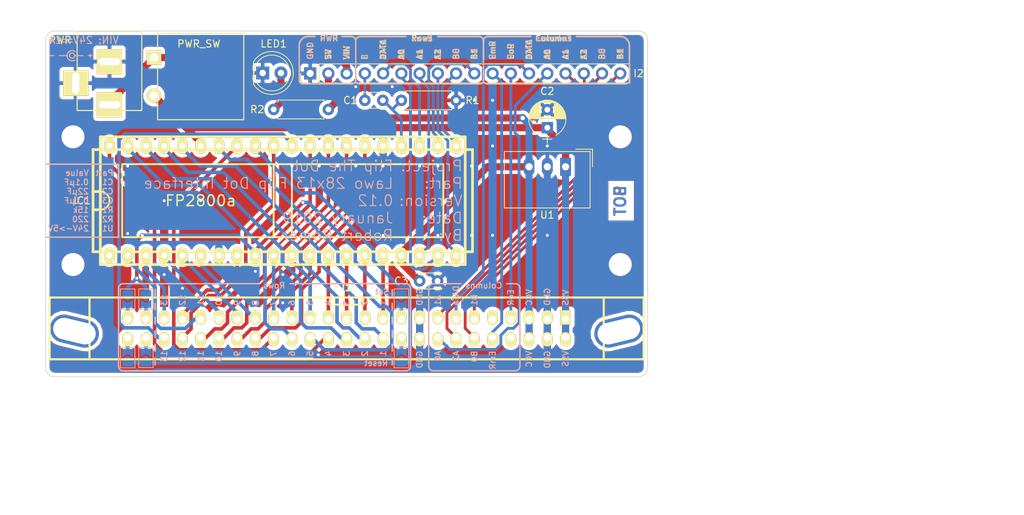
<source format=kicad_pcb>
(kicad_pcb (version 20171130) (host pcbnew "(5.0.0-rc3-dev)")
  (title_block (title "Lawo 28x13 Flip Dot Interface") (date 2019-01-21) (rev 0.12) (company Flip-The-Dot) (comment 1 "Robert Römer") (comment 2 "Interface to control a Lawo flip dot matrix with a 28x13 resolution."))
  (layers (0 F.Cu signal) (31 B.Cu signal) (36 B.SilkS user) (37 F.SilkS user) (38 B.Mask user) (39 F.Mask user) (44 Edge.Cuts user))
  (net 0 "")
  (net 1 GND)
  (net 2 +24V)
  (net 3 +5V)
  (net 4 ROW_ENABLE)
  (net 5 RESET_11)
  (net 6 SET_11)
  (net 7 SET_12)
  (net 8 RESET_12)
  (net 9 RESET_13)
  (net 10 SET_13)
  (net 11 SET_9)
  (net 12 RESET_9)
  (net 13 RESET_10)
  (net 14 SET_10)
  (net 15 SET_8)
  (net 16 RESET_8)
  (net 17 RESET_7)
  (net 18 SET_7)
  (net 19 SET_6)
  (net 20 RESET_6)
  (net 21 SET_4)
  (net 22 RESET_4)
  (net 23 RESET_5)
  (net 24 SET_5)
  (net 25 SET_3)
  (net 26 RESET_3)
  (net 27 RESET_2)
  (net 28 SET_2)
  (net 29 SET_1)
  (net 30 RESET_1)
  (net 31 COL_A1)
  (net 32 COL_A0)
  (net 33 COL_A2)
  (net 34 COL_DATA)
  (net 35 COL_B1)
  (net 36 COL_B0)
  (net 37 COL_ENABLE_oR)
  (net 38 COL_ENABLE_mR)
  (net 39 ROW_A0)
  (net 40 ROW_A1)
  (net 41 ROW_A2)
  (net 42 ROW_B0)
  (net 43 ROW_B1)
  (net 44 ROW_DATA)
  (net 45 "Net-(LED1-Pad2)")
  (net 46 "Net-(C1-Pad2)")
  (net 47 VIN)
  (net 48 "Net-(I1-Pad49)")
  (net 49 "Net-(I1-Pad50)")
  (net 50 "Net-(I1-Pad48)")
  (net 51 "Net-(I1-Pad47)")
  (net 52 "Net-(I1-Pad20)")
  (net 53 "Net-(I1-Pad19)")
  (net 54 "Net-(I1-Pad9)")
  (net 55 "Net-(I1-Pad8)")
  (net 56 "Net-(IC1-Pad1)")
  (net 57 RESET_X)
  (net 58 SET_X)
  (module Jumper:SolderJumper-2_P1.3mm_Open_TrianglePad1.0x1.5mm (layer B.Cu) (at 116.84 133.6305 90)
    (fp_text reference J6 hide)
    (fp_text value Solder_Jumper)
    (pad 1 smd custom (at -0.725 0 90) (size 0.3 0.3) (layers B.Cu B.Mask) (net 58 SET_X) (options (clearance outline) (anchor rect)) (primitives (gr_poly (pts (xy -0.5 0.75) (xy 0.5 0.75) (xy 1 0) (xy 0.5 -0.75) (xy -0.5 -0.75)) (width 0))))
    (pad 2 smd custom (at 0.725 0 90) (size 0.3 0.3) (layers B.Cu B.Mask) (net 49 "Net-(I1-Pad50)") (options (clearance outline) (anchor rect)) (primitives (gr_poly (pts (xy -0.65 0.75) (xy 0.5 0.75) (xy 0.5 -0.75) (xy -0.65 -0.75) (xy -0.15 0)) (width 0))))
  )
  (module Resistors_THT:R_Axial_DIN0207_L6.3mm_D2.5mm_P7.62mm_Horizontal (layer F.Cu) (at 144.78 99.06 180)
    (fp_text reference R2 (at 9.906 0 180) (layer F.SilkS))
    (fp_text value 220)
    (pad 1 thru_hole circle (at 0 0 180) (size 1.6 1.6) (drill 0.8) (layers *.Cu *.Mask) (net 3 +5V))
    (pad 2 thru_hole oval (at 7.62 0 180) (size 1.6 1.6) (drill 0.8) (layers *.Cu *.Mask) (net 45 "Net-(LED1-Pad2)"))
  )
  (module w_pth_circuits:dil_40-600_socket (layer F.Cu) (at 138.43 111.76)
    (fp_text reference IC1 (at -27.94 0) (layer F.SilkS))
    (fp_text value FP2800a (at -11.43 0) (layer F.SilkS) (effects (font (size 1.5 1.5) (thickness 0.2))))
    (pad 40 thru_hole oval (at -24.13 -7.62) (size 1.50114 2.19964) (drill 0.8001) (layers *.Cu *.Mask F.SilkS) (net 21 SET_4))
    (pad 39 thru_hole oval (at -21.59 -7.62) (size 1.50114 2.19964) (drill 0.8001) (layers *.Cu *.Mask F.SilkS) (net 19 SET_6))
    (pad 38 thru_hole oval (at -19.05 -7.62) (size 1.50114 2.19964) (drill 0.8001) (layers *.Cu *.Mask F.SilkS) (net 25 SET_3))
    (pad 37 thru_hole oval (at -16.51 -7.62) (size 1.50114 2.19964) (drill 0.8001) (layers *.Cu *.Mask F.SilkS) (net 28 SET_2))
    (pad 36 thru_hole oval (at -13.97 -7.62) (size 1.50114 2.19964) (drill 0.8001) (layers *.Cu *.Mask F.SilkS) (net 29 SET_1))
    (pad 35 thru_hole oval (at -11.43 -7.62) (size 1.50114 2.19964) (drill 0.8001) (layers *.Cu *.Mask F.SilkS) (net 2 +24V))
    (pad 34 thru_hole oval (at -8.89 -7.62) (size 1.50114 2.19964) (drill 0.8001) (layers *.Cu *.Mask F.SilkS) (net 24 SET_5))
    (pad 33 thru_hole oval (at -6.35 -7.62) (size 1.50114 2.19964) (drill 0.8001) (layers *.Cu *.Mask F.SilkS) (net 18 SET_7))
    (pad 32 thru_hole oval (at -3.81 -7.62) (size 1.50114 2.19964) (drill 0.8001) (layers *.Cu *.Mask F.SilkS) (net 58 SET_X))
    (pad 31 thru_hole oval (at -1.27 -7.62) (size 1.50114 2.19964) (drill 0.8001) (layers *.Cu *.Mask F.SilkS) (net 7 SET_12))
    (pad 30 thru_hole oval (at 1.27 -7.62) (size 1.50114 2.19964) (drill 0.8001) (layers *.Cu *.Mask F.SilkS) (net 10 SET_13))
    (pad 29 thru_hole oval (at 3.81 -7.62) (size 1.50114 2.19964) (drill 0.8001) (layers *.Cu *.Mask F.SilkS) (net 6 SET_11))
    (pad 28 thru_hole oval (at 6.35 -7.62) (size 1.50114 2.19964) (drill 0.8001) (layers *.Cu *.Mask F.SilkS) (net 14 SET_10))
    (pad 27 thru_hole oval (at 8.89 -7.62) (size 1.50114 2.19964) (drill 0.8001) (layers *.Cu *.Mask F.SilkS) (net 11 SET_9))
    (pad 26 thru_hole oval (at 11.43 -7.62) (size 1.50114 2.19964) (drill 0.8001) (layers *.Cu *.Mask F.SilkS) (net 15 SET_8))
    (pad 25 thru_hole oval (at 13.97 -7.62) (size 1.50114 2.19964) (drill 0.8001) (layers *.Cu *.Mask F.SilkS) (net 1 GND))
    (pad 24 thru_hole oval (at 16.51 -7.62) (size 1.50114 2.19964) (drill 0.8001) (layers *.Cu *.Mask F.SilkS) (net 46 "Net-(C1-Pad2)"))
    (pad 23 thru_hole oval (at 19.05 -7.62) (size 1.50114 2.19964) (drill 0.8001) (layers *.Cu *.Mask F.SilkS) (net 44 ROW_DATA))
    (pad 22 thru_hole oval (at 21.59 -7.62) (size 1.50114 2.19964) (drill 0.8001) (layers *.Cu *.Mask F.SilkS) (net 43 ROW_B1))
    (pad 21 thru_hole oval (at 24.13 -7.62) (size 1.50114 2.19964) (drill 0.8001) (layers *.Cu *.Mask F.SilkS) (net 42 ROW_B0))
    (pad 20 thru_hole oval (at 24.13 7.62) (size 1.50114 2.19964) (drill 0.8001) (layers *.Cu *.Mask F.SilkS) (net 41 ROW_A2))
    (pad 19 thru_hole oval (at 21.59 7.62) (size 1.50114 2.19964) (drill 0.8001) (layers *.Cu *.Mask F.SilkS) (net 39 ROW_A0))
    (pad 18 thru_hole oval (at 19.05 7.62) (size 1.50114 2.19964) (drill 0.8001) (layers *.Cu *.Mask F.SilkS) (net 40 ROW_A1))
    (pad 17 thru_hole oval (at 16.51 7.62) (size 1.50114 2.19964) (drill 0.8001) (layers *.Cu *.Mask F.SilkS) (net 3 +5V))
    (pad 16 thru_hole oval (at 13.97 7.62) (size 1.50114 2.19964) (drill 0.8001) (layers *.Cu *.Mask F.SilkS) (net 30 RESET_1))
    (pad 15 thru_hole oval (at 11.43 7.62) (size 1.50114 2.19964) (drill 0.8001) (layers *.Cu *.Mask F.SilkS) (net 27 RESET_2))
    (pad 14 thru_hole oval (at 8.89 7.62) (size 1.50114 2.19964) (drill 0.8001) (layers *.Cu *.Mask F.SilkS) (net 26 RESET_3))
    (pad 13 thru_hole oval (at 6.35 7.62) (size 1.50114 2.19964) (drill 0.8001) (layers *.Cu *.Mask F.SilkS) (net 22 RESET_4))
    (pad 12 thru_hole oval (at 3.81 7.62) (size 1.50114 2.19964) (drill 0.8001) (layers *.Cu *.Mask F.SilkS) (net 20 RESET_6))
    (pad 11 thru_hole oval (at 1.27 7.62) (size 1.50114 2.19964) (drill 0.8001) (layers *.Cu *.Mask F.SilkS) (net 23 RESET_5))
    (pad 10 thru_hole oval (at -1.27 7.62) (size 1.50114 2.19964) (drill 0.8001) (layers *.Cu *.Mask F.SilkS) (net 17 RESET_7))
    (pad 9 thru_hole oval (at -3.81 7.62) (size 1.50114 2.19964) (drill 0.8001) (layers *.Cu *.Mask F.SilkS) (net 57 RESET_X))
    (pad 8 thru_hole oval (at -6.35 7.62) (size 1.50114 2.19964) (drill 0.8001) (layers *.Cu *.Mask F.SilkS) (net 8 RESET_12))
    (pad 7 thru_hole oval (at -8.89 7.62) (size 1.50114 2.19964) (drill 0.8001) (layers *.Cu *.Mask F.SilkS) (net 1 GND))
    (pad 6 thru_hole oval (at -11.43 7.62) (size 1.50114 2.19964) (drill 0.8001) (layers *.Cu *.Mask F.SilkS) (net 16 RESET_8))
    (pad 5 thru_hole oval (at -13.97 7.62) (size 1.50114 2.19964) (drill 0.8001) (layers *.Cu *.Mask F.SilkS) (net 12 RESET_9))
    (pad 4 thru_hole oval (at -16.51 7.62) (size 1.50114 2.19964) (drill 0.8001) (layers *.Cu *.Mask F.SilkS) (net 13 RESET_10))
    (pad 3 thru_hole oval (at -19.05 7.62) (size 1.50114 2.19964) (drill 0.8001) (layers *.Cu *.Mask F.SilkS) (net 9 RESET_13))
    (pad 2 thru_hole oval (at -21.59 7.62) (size 1.50114 2.19964) (drill 0.8001) (layers *.Cu *.Mask F.SilkS) (net 5 RESET_11))
    (pad 1 thru_hole oval (at -24.13 7.62) (size 1.50114 2.19964) (drill 0.8001) (layers *.Cu *.Mask F.SilkS) (net 56 "Net-(IC1-Pad1)"))
  )
  (module Switch_GPTS_-_CW_Industires:SW_PUSH (layer F.Cu) (at 127 94.488 270)
    (fp_text reference PWR_SW1)
    (fp_text value "Power Switch")
    (pad 1 thru_hole rect (at -2.65 6.5 270) (size 2 2) (drill 1.2) (layers *.Cu *.Mask F.SilkS) (net 47 VIN))
    (pad 2 thru_hole circle (at 2.65 6.5 270) (size 2 2) (drill 1.2) (layers *.Cu *.Mask F.SilkS) (net 2 +24V))
  )
  (module w_conn_strip_with_levers:psl_50_25x2_strip_with_levers (layer F.Cu) (at 147.32 129.54 180)
    (fp_text reference I1 (at 0 5.715 180) (layer F.SilkS) (effects (font (thickness 0.2032))))
    (fp_text value "Flipdot Interface" hide)
    (pad "" thru_hole oval (at -37.8968 -0.381 103.6) (size 3.9 6.9) (drill oval 3 6) (layers *.Cu *.Mask))
    (pad "" thru_hole oval (at 37.8968 -0.381 256.4) (size 3.9 6.9) (drill oval 3 6) (layers *.Cu *.Mask))
    (pad 42 thru_hole oval (at 20.32 -1.27 180) (size 1.5 2) (drill 1 (offset 0 -0.25)) (layers *.Cu *.Mask F.SilkS) (net 6 SET_11))
    (pad 41 thru_hole oval (at 20.32 1.27 180) (size 1.5 2) (drill 1 (offset 0 0.25)) (layers *.Cu *.Mask F.SilkS) (net 5 RESET_11))
    (pad 43 thru_hole oval (at 22.86 1.27 180) (size 1.5 2) (drill 1 (offset 0 0.25)) (layers *.Cu *.Mask F.SilkS) (net 8 RESET_12))
    (pad 44 thru_hole oval (at 22.86 -1.27 180) (size 1.5 2) (drill 1 (offset 0 -0.25)) (layers *.Cu *.Mask F.SilkS) (net 7 SET_12))
    (pad 46 thru_hole oval (at 25.4 -1.27 180) (size 1.5 2) (drill 1 (offset 0 -0.25)) (layers *.Cu *.Mask F.SilkS) (net 10 SET_13))
    (pad 45 thru_hole oval (at 25.4 1.27 180) (size 1.5 2) (drill 1 (offset 0 0.25)) (layers *.Cu *.Mask F.SilkS) (net 9 RESET_13))
    (pad 49 thru_hole oval (at 30.48 1.27 180) (size 1.5 2) (drill 1 (offset 0 0.25)) (layers *.Cu *.Mask F.SilkS) (net 48 "Net-(I1-Pad49)"))
    (pad 50 thru_hole oval (at 30.48 -1.27 180) (size 1.5 2) (drill 1 (offset 0 -0.25)) (layers *.Cu *.Mask F.SilkS) (net 49 "Net-(I1-Pad50)"))
    (pad 48 thru_hole oval (at 27.94 -1.27 180) (size 1.5 2) (drill 1 (offset 0 -0.25)) (layers *.Cu *.Mask F.SilkS) (net 50 "Net-(I1-Pad48)"))
    (pad 47 thru_hole oval (at 27.94 1.27 180) (size 1.5 2) (drill 1 (offset 0 0.25)) (layers *.Cu *.Mask F.SilkS) (net 51 "Net-(I1-Pad47)"))
    (pad 37 thru_hole oval (at 15.24 1.27 180) (size 1.5 2) (drill 1 (offset 0 0.25)) (layers *.Cu *.Mask F.SilkS) (net 12 RESET_9))
    (pad 38 thru_hole oval (at 15.24 -1.27 180) (size 1.5 2) (drill 1 (offset 0 -0.25)) (layers *.Cu *.Mask F.SilkS) (net 11 SET_9))
    (pad 40 thru_hole oval (at 17.78 -1.27 180) (size 1.5 2) (drill 1 (offset 0 -0.25)) (layers *.Cu *.Mask F.SilkS) (net 14 SET_10))
    (pad 39 thru_hole oval (at 17.78 1.27 180) (size 1.5 2) (drill 1 (offset 0 0.25)) (layers *.Cu *.Mask F.SilkS) (net 13 RESET_10))
    (pad 35 thru_hole oval (at 12.7 1.27 180) (size 1.5 2) (drill 1 (offset 0 0.25)) (layers *.Cu *.Mask F.SilkS) (net 16 RESET_8))
    (pad 36 thru_hole oval (at 12.7 -1.27 180) (size 1.5 2) (drill 1 (offset 0 -0.25)) (layers *.Cu *.Mask F.SilkS) (net 15 SET_8))
    (pad 34 thru_hole oval (at 10.16 -1.27 180) (size 1.5 2) (drill 1 (offset 0 -0.25)) (layers *.Cu *.Mask F.SilkS) (net 18 SET_7))
    (pad 33 thru_hole oval (at 10.16 1.27 180) (size 1.5 2) (drill 1 (offset 0 0.25)) (layers *.Cu *.Mask F.SilkS) (net 17 RESET_7))
    (pad 31 thru_hole oval (at 7.62 1.27 180) (size 1.5 2) (drill 1 (offset 0 0.25)) (layers *.Cu *.Mask F.SilkS) (net 20 RESET_6))
    (pad 32 thru_hole oval (at 7.62 -1.27 180) (size 1.5 2) (drill 1 (offset 0 -0.25)) (layers *.Cu *.Mask F.SilkS) (net 19 SET_6))
    (pad 27 thru_hole oval (at 2.54 1.27 180) (size 1.5 2) (drill 1 (offset 0 0.25)) (layers *.Cu *.Mask F.SilkS) (net 22 RESET_4))
    (pad 28 thru_hole oval (at 2.54 -1.27 180) (size 1.5 2) (drill 1 (offset 0 -0.25)) (layers *.Cu *.Mask F.SilkS) (net 21 SET_4))
    (pad 30 thru_hole oval (at 5.08 -1.27 180) (size 1.5 2) (drill 1 (offset 0 -0.25)) (layers *.Cu *.Mask F.SilkS) (net 24 SET_5))
    (pad 29 thru_hole oval (at 5.08 1.27 180) (size 1.5 2) (drill 1 (offset 0 0.25)) (layers *.Cu *.Mask F.SilkS) (net 23 RESET_5))
    (pad 25 thru_hole oval (at 0 1.27 180) (size 1.5 2) (drill 1 (offset 0 0.25)) (layers *.Cu *.Mask F.SilkS) (net 26 RESET_3))
    (pad 26 thru_hole oval (at 0 -1.27 180) (size 1.5 2) (drill 1 (offset 0 -0.25)) (layers *.Cu *.Mask F.SilkS) (net 25 SET_3))
    (pad 24 thru_hole oval (at -2.54 -1.27 180) (size 1.5 2) (drill 1 (offset 0 -0.25)) (layers *.Cu *.Mask F.SilkS) (net 28 SET_2))
    (pad 23 thru_hole oval (at -2.54 1.27 180) (size 1.5 2) (drill 1 (offset 0 0.25)) (layers *.Cu *.Mask F.SilkS) (net 27 RESET_2))
    (pad 21 thru_hole oval (at -5.08 1.27 180) (size 1.5 2) (drill 1 (offset 0 0.25)) (layers *.Cu *.Mask F.SilkS) (net 30 RESET_1))
    (pad 22 thru_hole oval (at -5.08 -1.27 180) (size 1.5 2) (drill 1 (offset 0 -0.25)) (layers *.Cu *.Mask F.SilkS) (net 29 SET_1))
    (pad 20 thru_hole oval (at -7.62 -1.27 180) (size 1.5 2) (drill 1 (offset 0 -0.25)) (layers *.Cu *.Mask F.SilkS) (net 52 "Net-(I1-Pad20)"))
    (pad 19 thru_hole oval (at -7.62 1.27 180) (size 1.5 2) (drill 1 (offset 0 0.25)) (layers *.Cu *.Mask F.SilkS) (net 53 "Net-(I1-Pad19)"))
    (pad 17 thru_hole oval (at -10.16 1.27 180) (size 1.5 2) (drill 1 (offset 0 0.25)) (layers *.Cu *.Mask F.SilkS) (net 1 GND))
    (pad 18 thru_hole oval (at -10.16 -1.27 180) (size 1.5 2) (drill 1 (offset 0 -0.25)) (layers *.Cu *.Mask F.SilkS) (net 1 GND))
    (pad 16 thru_hole oval (at -12.7 -1.27 180) (size 1.5 2) (drill 1 (offset 0 -0.25)) (layers *.Cu *.Mask F.SilkS) (net 32 COL_A0))
    (pad 15 thru_hole oval (at -12.7 1.27 180) (size 1.5 2) (drill 1 (offset 0 0.25)) (layers *.Cu *.Mask F.SilkS) (net 31 COL_A1))
    (pad 13 thru_hole oval (at -15.24 1.27 180) (size 1.5 2) (drill 1 (offset 0 0.25)) (layers *.Cu *.Mask F.SilkS) (net 34 COL_DATA))
    (pad 14 thru_hole oval (at -15.24 -1.27 180) (size 1.5 2) (drill 1 (offset 0 -0.25)) (layers *.Cu *.Mask F.SilkS) (net 33 COL_A2))
    (pad 12 thru_hole oval (at -17.78 -1.27 180) (size 1.5 2) (drill 1 (offset 0 -0.25)) (layers *.Cu *.Mask F.SilkS) (net 36 COL_B0))
    (pad 11 thru_hole oval (at -17.78 1.27 180) (size 1.5 2) (drill 1 (offset 0 0.25)) (layers *.Cu *.Mask F.SilkS) (net 35 COL_B1))
    (pad 9 thru_hole oval (at -20.32 1.27 180) (size 1.5 2) (drill 1 (offset 0 0.25)) (layers *.Cu *.Mask F.SilkS) (net 54 "Net-(I1-Pad9)"))
    (pad 10 thru_hole oval (at -20.32 -1.27 180) (size 1.5 2) (drill 1 (offset 0 -0.25)) (layers *.Cu *.Mask F.SilkS) (net 38 COL_ENABLE_mR))
    (pad 8 thru_hole oval (at -22.86 -1.27 180) (size 1.5 2) (drill 1 (offset 0 -0.25)) (layers *.Cu *.Mask F.SilkS) (net 55 "Net-(I1-Pad8)"))
    (pad 7 thru_hole oval (at -22.86 1.27 180) (size 1.5 2) (drill 1 (offset 0 0.25)) (layers *.Cu *.Mask F.SilkS) (net 37 COL_ENABLE_oR))
    (pad 1 thru_hole rect (at -30.48 1.27 180) (size 1.5 2) (drill 1 (offset 0 0.25)) (layers *.Cu *.Mask F.SilkS) (net 2 +24V))
    (pad 2 thru_hole oval (at -30.48 -1.27 180) (size 1.5 2) (drill 1 (offset 0 -0.25)) (layers *.Cu *.Mask F.SilkS) (net 2 +24V))
    (pad 3 thru_hole oval (at -27.94 1.27 180) (size 1.5 2) (drill 1 (offset 0 0.25)) (layers *.Cu *.Mask F.SilkS) (net 1 GND))
    (pad 4 thru_hole oval (at -27.94 -1.27 180) (size 1.5 2) (drill 1 (offset 0 -0.25)) (layers *.Cu *.Mask F.SilkS) (net 1 GND))
    (pad 5 thru_hole oval (at -25.4 1.27 180) (size 1.5 2) (drill 1 (offset 0 0.25)) (layers *.Cu *.Mask F.SilkS) (net 3 +5V))
    (pad 6 thru_hole oval (at -25.4 -1.27 180) (size 1.5 2) (drill 1 (offset 0 -0.25)) (layers *.Cu *.Mask F.SilkS) (net 3 +5V))
  )
  (module Connect:1pin (layer F.Cu) (at 109.22 120.65)
    (fp_text reference MTH4 hide)
    (fp_text value 1pin)
    (pad 1 thru_hole circle (at 0 0) (size 5 5) (drill 3.2) (layers *.Cu *.Mask) (net 1 GND))
  )
  (module Connect:1pin (layer F.Cu) (at 185.42 102.87)
    (fp_text reference MTH2 hide)
    (fp_text value 1pin)
    (pad 1 thru_hole circle (at 0 0) (size 5 5) (drill 3.2) (layers *.Cu *.Mask) (net 1 GND))
  )
  (module Connect:1pin (layer F.Cu) (at 185.42 119.38)
    (fp_text reference MTH3 hide)
    (fp_text value 1pin)
    (pad 1 thru_hole circle (at 0 1.27) (size 5 5) (drill 3.2) (layers *.Cu *.Mask) (net 1 GND))
  )
  (module Connect:1pin (layer F.Cu) (at 109.22 102.87)
    (fp_text reference MTH1 hide)
    (fp_text value 1pin)
    (pad 1 thru_hole circle (at 0 0) (size 5 5) (drill 3.2) (layers *.Cu *.Mask) (net 1 GND))
  )
  (module Connect:BARREL_JACK (layer F.Cu) (at 114.3 92.202 270)
    (fp_text reference PWR1)
    (fp_text value BARREL_JACK)
    (pad 1 thru_hole rect (at 6.20014 0 270) (size 3.50012 3.50012) (drill oval 1.00076 2.99974) (layers *.Cu *.Mask F.SilkS) (net 47 VIN))
    (pad 2 thru_hole rect (at 0.20066 0 270) (size 3.50012 3.50012) (drill oval 1.00076 2.99974) (layers *.Cu *.Mask F.SilkS) (net 1 GND))
    (pad 3 thru_hole rect (at 3.2004 4.699 270) (size 3.50012 3.50012) (drill oval 2.99974 1.00076) (layers *.Cu *.Mask F.SilkS) (net 1 GND))
  )
  (module Capacitors_THT:C_Disc_D3.4mm_W2.1mm_P2.50mm (layer F.Cu) (at 149.86 97.79)
    (fp_text reference C1 (at -2.032 0) (layer F.SilkS))
    (fp_text value 0.22uF)
    (pad 1 thru_hole circle (at 0 0) (size 1.6 1.6) (drill 0.8) (layers *.Cu *.Mask) (net 4 ROW_ENABLE))
    (pad 2 thru_hole circle (at 2.5 0) (size 1.6 1.6) (drill 0.8) (layers *.Cu *.Mask) (net 46 "Net-(C1-Pad2)"))
  )
  (module Capacitors_THT:CP_Radial_D5.0mm_P2.50mm (layer F.Cu) (at 175.26 101.6 90)
    (fp_text reference C2 (at 5.08 0 180) (layer F.SilkS))
    (fp_text value 22uF)
    (pad 2 thru_hole circle (at 2.5 0 90) (size 1.6 1.6) (drill 0.8) (layers *.Cu *.Mask) (net 1 GND))
    (pad 1 thru_hole rect (at 0 0 90) (size 1.6 1.6) (drill 0.8) (layers *.Cu *.Mask) (net 2 +24V))
  )
  (module Capacitors_THT:C_Disc_D3.4mm_W2.1mm_P2.50mm (layer F.Cu) (at 157.48 122.936)
    (fp_text reference C3 (at -2.54 0) (layer F.SilkS))
    (fp_text value 0.1μF)
    (pad 2 thru_hole circle (at 2.5 0) (size 1.6 1.6) (drill 0.8) (layers *.Cu *.Mask) (net 1 GND))
    (pad 1 thru_hole circle (at 0 0) (size 1.6 1.6) (drill 0.8) (layers *.Cu *.Mask) (net 3 +5V))
  )
  (module Socket_Strips:Socket_Strip_Straight_1x18_Pitch2.54mm (layer F.Cu) (at 142.24 94.0435 90)
    (fp_text reference I2 (at 0 45.72 180) (layer F.SilkS))
    (fp_text value "Control Interface")
    (pad 18 thru_hole oval (at 0 43.18 90) (size 1.7 1.7) (drill 1) (layers *.Cu *.Mask) (net 35 COL_B1))
    (pad 17 thru_hole oval (at 0 40.64 90) (size 1.7 1.7) (drill 1) (layers *.Cu *.Mask) (net 36 COL_B0))
    (pad 16 thru_hole oval (at 0 38.1 90) (size 1.7 1.7) (drill 1) (layers *.Cu *.Mask) (net 33 COL_A2))
    (pad 15 thru_hole oval (at 0 35.56 90) (size 1.7 1.7) (drill 1) (layers *.Cu *.Mask) (net 31 COL_A1))
    (pad 14 thru_hole oval (at 0 33.02 90) (size 1.7 1.7) (drill 1) (layers *.Cu *.Mask) (net 32 COL_A0))
    (pad 13 thru_hole oval (at 0 30.48 90) (size 1.7 1.7) (drill 1) (layers *.Cu *.Mask) (net 34 COL_DATA))
    (pad 12 thru_hole oval (at 0 27.94 90) (size 1.7 1.7) (drill 1) (layers *.Cu *.Mask) (net 37 COL_ENABLE_oR))
    (pad 11 thru_hole oval (at 0 25.4 90) (size 1.7 1.7) (drill 1) (layers *.Cu *.Mask) (net 38 COL_ENABLE_mR))
    (pad 10 thru_hole oval (at 0 22.86 90) (size 1.7 1.7) (drill 1) (layers *.Cu *.Mask) (net 43 ROW_B1))
    (pad 9 thru_hole oval (at 0 20.32 90) (size 1.7 1.7) (drill 1) (layers *.Cu *.Mask) (net 42 ROW_B0))
    (pad 8 thru_hole oval (at 0 17.78 90) (size 1.7 1.7) (drill 1) (layers *.Cu *.Mask) (net 41 ROW_A2))
    (pad 7 thru_hole oval (at 0 15.24 90) (size 1.7 1.7) (drill 1) (layers *.Cu *.Mask) (net 40 ROW_A1))
    (pad 6 thru_hole oval (at 0 12.7 90) (size 1.7 1.7) (drill 1) (layers *.Cu *.Mask) (net 39 ROW_A0))
    (pad 5 thru_hole oval (at 0 10.16 90) (size 1.7 1.7) (drill 1) (layers *.Cu *.Mask) (net 44 ROW_DATA))
    (pad 4 thru_hole oval (at 0 7.62 90) (size 1.7 1.7) (drill 1) (layers *.Cu *.Mask) (net 4 ROW_ENABLE))
    (pad 3 thru_hole oval (at 0 5.08 90) (size 1.7 1.7) (drill 1) (layers *.Cu *.Mask) (net 47 VIN))
    (pad 2 thru_hole oval (at 0 2.54 90) (size 1.7 1.7) (drill 1) (layers *.Cu *.Mask) (net 3 +5V))
    (pad 1 thru_hole rect (at 0 0 90) (size 1.7 1.7) (drill 1) (layers *.Cu *.Mask) (net 1 GND))
  )
  (module LEDs:LED_D5.0mm (layer F.Cu) (at 135.636 93.98)
    (fp_text reference LED1 (at 1.524 -4.064) (layer F.SilkS))
    (fp_text value Led)
    (pad 2 thru_hole circle (at 2.54 0) (size 1.8 1.8) (drill 0.9) (layers *.Cu *.Mask) (net 45 "Net-(LED1-Pad2)"))
    (pad 1 thru_hole rect (at 0 0) (size 1.8 1.8) (drill 0.9) (layers *.Cu *.Mask) (net 1 GND))
  )
  (module Resistors_THT:R_Axial_DIN0207_L6.3mm_D2.5mm_P7.62mm_Horizontal (layer F.Cu) (at 154.94 97.79)
    (fp_text reference R1 (at 9.906 0) (layer F.SilkS))
    (fp_text value 22K)
    (pad 2 thru_hole oval (at 7.62 0) (size 1.6 1.6) (drill 0.8) (layers *.Cu *.Mask) (net 1 GND))
    (pad 1 thru_hole circle (at 0 0) (size 1.6 1.6) (drill 0.8) (layers *.Cu *.Mask) (net 46 "Net-(C1-Pad2)"))
  )
  (module Jumper:SolderJumper-2_P1.3mm_Open_TrianglePad1.0x1.5mm (layer B.Cu) (at 154.94 125.4495 270)
    (fp_text reference J1 hide)
    (fp_text value Solder_Jumper)
    (pad 2 smd custom (at 0.725 0 270) (size 0.3 0.3) (layers B.Cu B.Mask) (net 53 "Net-(I1-Pad19)") (options (clearance outline) (anchor rect)) (primitives (gr_poly (pts (xy -0.65 0.75) (xy 0.5 0.75) (xy 0.5 -0.75) (xy -0.65 -0.75) (xy -0.15 0)) (width 0))))
    (pad 1 smd custom (at -0.725 0 270) (size 0.3 0.3) (layers B.Cu B.Mask) (net 57 RESET_X) (options (clearance outline) (anchor rect)) (primitives (gr_poly (pts (xy -0.5 0.75) (xy 0.5 0.75) (xy 1 0) (xy 0.5 -0.75) (xy -0.5 -0.75)) (width 0))))
  )
  (module Jumper:SolderJumper-2_P1.3mm_Open_TrianglePad1.0x1.5mm (layer B.Cu) (at 119.38 125.4495 270)
    (fp_text reference J2 hide)
    (fp_text value Solder_Jumper)
    (pad 1 smd custom (at -0.725 0 270) (size 0.3 0.3) (layers B.Cu B.Mask) (net 57 RESET_X) (options (clearance outline) (anchor rect)) (primitives (gr_poly (pts (xy -0.5 0.75) (xy 0.5 0.75) (xy 1 0) (xy 0.5 -0.75) (xy -0.5 -0.75)) (width 0))))
    (pad 2 smd custom (at 0.725 0 270) (size 0.3 0.3) (layers B.Cu B.Mask) (net 51 "Net-(I1-Pad47)") (options (clearance outline) (anchor rect)) (primitives (gr_poly (pts (xy -0.65 0.75) (xy 0.5 0.75) (xy 0.5 -0.75) (xy -0.65 -0.75) (xy -0.15 0)) (width 0))))
  )
  (module Jumper:SolderJumper-2_P1.3mm_Open_TrianglePad1.0x1.5mm (layer B.Cu) (at 116.84 125.4495 270)
    (fp_text reference J3 hide)
    (fp_text value Solder_Jumper)
    (pad 1 smd custom (at -0.725 0 270) (size 0.3 0.3) (layers B.Cu B.Mask) (net 57 RESET_X) (options (clearance outline) (anchor rect)) (primitives (gr_poly (pts (xy -0.5 0.75) (xy 0.5 0.75) (xy 1 0) (xy 0.5 -0.75) (xy -0.5 -0.75)) (width 0))))
    (pad 2 smd custom (at 0.725 0 270) (size 0.3 0.3) (layers B.Cu B.Mask) (net 48 "Net-(I1-Pad49)") (options (clearance outline) (anchor rect)) (primitives (gr_poly (pts (xy -0.65 0.75) (xy 0.5 0.75) (xy 0.5 -0.75) (xy -0.65 -0.75) (xy -0.15 0)) (width 0))))
  )
  (module Jumper:SolderJumper-2_P1.3mm_Open_TrianglePad1.0x1.5mm (layer B.Cu) (at 154.94 133.6305 90)
    (fp_text reference J4 hide)
    (fp_text value Solder_Jumper)
    (pad 2 smd custom (at 0.725 0 90) (size 0.3 0.3) (layers B.Cu B.Mask) (net 52 "Net-(I1-Pad20)") (options (clearance outline) (anchor rect)) (primitives (gr_poly (pts (xy -0.65 0.75) (xy 0.5 0.75) (xy 0.5 -0.75) (xy -0.65 -0.75) (xy -0.15 0)) (width 0))))
    (pad 1 smd custom (at -0.725 0 90) (size 0.3 0.3) (layers B.Cu B.Mask) (net 58 SET_X) (options (clearance outline) (anchor rect)) (primitives (gr_poly (pts (xy -0.5 0.75) (xy 0.5 0.75) (xy 1 0) (xy 0.5 -0.75) (xy -0.5 -0.75)) (width 0))))
  )
  (module Jumper:SolderJumper-2_P1.3mm_Open_TrianglePad1.0x1.5mm (layer B.Cu) (at 119.38 133.604 90)
    (fp_text reference J5 hide)
    (fp_text value Solder_Jumper)
    (pad 2 smd custom (at 0.725 0 90) (size 0.3 0.3) (layers B.Cu B.Mask) (net 50 "Net-(I1-Pad48)") (options (clearance outline) (anchor rect)) (primitives (gr_poly (pts (xy -0.65 0.75) (xy 0.5 0.75) (xy 0.5 -0.75) (xy -0.65 -0.75) (xy -0.15 0)) (width 0))))
    (pad 1 smd custom (at -0.725 0 90) (size 0.3 0.3) (layers B.Cu B.Mask) (net 58 SET_X) (options (clearance outline) (anchor rect)) (primitives (gr_poly (pts (xy -0.5 0.75) (xy 0.5 0.75) (xy 1 0) (xy 0.5 -0.75) (xy -0.5 -0.75)) (width 0))))
  )
  (module Converters_DCDC_ACDC:DCDC-Conv_TRACO_TSR-1 (layer F.Cu) (at 177.8 107.039 180)
    (fp_text reference U1 (at 2.54 -6.71 180) (layer F.SilkS))
    (fp_text value TSR-1)
    (pad 3 thru_hole oval (at 5.08 0 180) (size 1.5 2.5) (drill 1) (layers *.Cu *.Mask) (net 3 +5V))
    (pad 2 thru_hole oval (at 2.54 0 180) (size 1.5 2.5) (drill 1) (layers *.Cu *.Mask) (net 1 GND))
    (pad 1 thru_hole rect (at 0 0 180) (size 1.5 2.5) (drill 1) (layers *.Cu *.Mask) (net 2 +24V))
  )
  (gr_text "Flip The Dot\nLawo 28x13 Flip Dot Interface\n0.12\nJanuary 2019\nRobert Römer\n" (at 153.924 111.76) (layer B.SilkS) (effects (font (size 1.5 1.5)) (justify left mirror)))
  (gr_line (start 120.65 125.095) (end 120.65 124.1425) (layer B.SilkS) (width 0.2))
  (gr_line (start 120.65 132.715) (end 120.65 131.7625) (layer B.SilkS) (width 0.2))
  (gr_line (start 120.65 134.62) (end 120.65 133.6675) (layer B.SilkS) (width 0.2))
  (gr_line (start 120.65 127) (end 120.65 126.0475) (layer B.SilkS) (width 0.2))
  (gr_line (start 120.65 128.905) (end 120.65 127.9525) (layer B.SilkS) (width 0.2))
  (gr_line (start 120.65 130.81) (end 120.65 129.8575) (layer B.SilkS) (width 0.2))
  (gr_line (start 153.67 125.095) (end 153.67 124.1425) (layer B.SilkS) (width 0.2))
  (gr_line (start 153.67 127) (end 153.67 126.0475) (layer B.SilkS) (width 0.2))
  (gr_line (start 153.67 128.905) (end 153.67 127.9525) (layer B.SilkS) (width 0.2))
  (gr_line (start 153.67 130.81) (end 153.67 129.8575) (layer B.SilkS) (width 0.2))
  (gr_text Rows (at 135.636 123.571) (layer B.SilkS) (effects (font (size 0.8 0.8)) (justify right mirror)))
  (gr_text Columns (at 163.7665 123.571) (layer B.SilkS) (effects (font (size 0.8 0.8)) (justify right mirror)))
  (gr_text "Project:\nPart:\nVersion:\nDate:\nBy:\n" (at 163.576 111.76) (layer B.SilkS) (effects (font (size 1.5 1.5)) (justify left mirror)))
  (gr_line (start 153.67 134.62) (end 153.67 133.6675) (layer B.SilkS) (width 0.2))
  (gr_arc (start 155.575 123.952) (end 156.21 123.952) (angle -90) (layer B.SilkS) (width 0.2))
  (gr_arc (start 155.575 134.8105) (end 155.575 135.4455) (angle -90) (layer B.SilkS) (width 0.2))
  (gr_line (start 153.67 132.715) (end 153.67 131.7625) (layer B.SilkS) (width 0.2))
  (gr_line (start 156.21 134.8105) (end 156.21 123.952) (layer B.SilkS) (width 0.2))
  (gr_arc (start 170.815 123.952) (end 171.45 123.952) (angle -90) (layer B.SilkS) (width 0.2))
  (gr_line (start 170.815 123.317) (end 169.6085 123.317) (layer B.SilkS) (width 0.2))
  (gr_line (start 115.57 134.8105) (end 115.57 123.952) (layer B.SilkS) (width 0.2))
  (gr_text Set (at 153.289 124.46) (layer B.SilkS) (effects (font (size 0.8 0.8)) (justify left mirror)))
  (gr_line (start 163.2585 123.317) (end 159.385 123.317) (layer B.SilkS) (width 0.2))
  (gr_line (start 158.75 134.8105) (end 158.75 123.952) (layer B.SilkS) (width 0.2))
  (gr_arc (start 159.385 134.8105) (end 158.75 134.8105) (angle -90) (layer B.SilkS) (width 0.2))
  (gr_arc (start 170.815 134.8105) (end 170.815 135.4455) (angle -90) (layer B.SilkS) (width 0.2))
  (gr_line (start 171.45 134.8105) (end 171.45 123.952) (layer B.SilkS) (width 0.2))
  (gr_line (start 170.815 135.4455) (end 159.385 135.4455) (layer B.SilkS) (width 0.2))
  (gr_arc (start 159.385 123.952) (end 159.385 123.317) (angle -90) (layer B.SilkS) (width 0.2))
  (gr_arc (start 116.205 123.952) (end 116.205 123.317) (angle -90) (layer B.SilkS) (width 0.2))
  (gr_arc (start 116.205 134.8105) (end 115.57 134.8105) (angle -90) (layer B.SilkS) (width 0.2))
  (gr_line (start 116.205 135.4455) (end 155.575 135.4455) (layer B.SilkS) (width 0.2))
  (gr_text 3 (at 147.32 133.526904 90) (layer B.SilkS) (effects (font (size 0.8 0.8)) (justify right mirror)))
  (gr_text Reset (at 153.162 134.366) (layer B.SilkS) (effects (font (size 0.8 0.8)) (justify left mirror)))
  (gr_text 6 (at 139.7 133.526904 90) (layer B.SilkS) (effects (font (size 0.8 0.8)) (justify right mirror)))
  (gr_text VCC (at 172.72 135.050713 90) (layer B.SilkS) (effects (font (size 0.8 0.8)) (justify right mirror)))
  (gr_text 5 (at 142.24 133.526904 90) (layer B.SilkS) (effects (font (size 0.8 0.8)) (justify right mirror)))
  (gr_text A2 (at 162.56 134.212618 90) (layer B.SilkS) (effects (font (size 0.8 0.8)) (justify right mirror)))
  (gr_text A0 (at 160.02 134.212618 90) (layer B.SilkS) (effects (font (size 0.8 0.8)) (justify right mirror)))
  (gr_text 12 (at 124.46 134.288809 90) (layer B.SilkS) (effects (font (size 0.8 0.8)) (justify right mirror)))
  (gr_text GND (at 175.26 135.203094 90) (layer B.SilkS) (effects (font (size 0.8 0.8)) (justify right mirror)))
  (gr_text 4 (at 144.78 133.526904 90) (layer B.SilkS) (effects (font (size 0.8 0.8)) (justify right mirror)))
  (gr_text EmR (at 167.64 135.355475 90) (layer B.SilkS) (effects (font (size 0.8 0.8)) (justify right mirror)))
  (gr_text 10 (at 129.54 134.288809 90) (layer B.SilkS) (effects (font (size 0.8 0.8)) (justify right mirror)))
  (gr_text 7 (at 137.16 133.526904 90) (layer B.SilkS) (effects (font (size 0.8 0.8)) (justify right mirror)))
  (gr_text B0 (at 165.1 134.326904 90) (layer B.SilkS) (effects (font (size 0.8 0.8)) (justify right mirror)))
  (gr_text 11 (at 127 134.288809 90) (layer B.SilkS) (effects (font (size 0.8 0.8)) (justify right mirror)))
  (gr_text 2 (at 149.86 133.526904 90) (layer B.SilkS) (effects (font (size 0.8 0.8)) (justify right mirror)))
  (gr_text 13 (at 121.92 134.288809 90) (layer B.SilkS) (effects (font (size 0.8 0.8)) (justify right mirror)))
  (gr_text 9 (at 132.08 133.526904 90) (layer B.SilkS) (effects (font (size 0.8 0.8)) (justify right mirror)))
  (gr_text 8 (at 134.62 133.526904 90) (layer B.SilkS) (effects (font (size 0.8 0.8)) (justify right mirror)))
  (gr_text VSS (at 177.8 134.974523 90) (layer B.SilkS) (effects (font (size 0.8 0.8)) (justify right mirror)))
  (gr_text GND (at 157.48 135.203094 90) (layer B.SilkS) (effects (font (size 0.8 0.8)) (justify right mirror)))
  (gr_text 1 (at 152.4 133.526904 90) (layer B.SilkS) (effects (font (size 0.8 0.8)) (justify right mirror)))
  (gr_line (start 116.205 123.317) (end 135.128 123.317) (layer B.SilkS) (width 0.2))
  (gr_line (start 155.575 123.317) (end 139.446 123.317) (layer B.SilkS) (width 0.2))
  (gr_text 1 (at 152.4 126.465001 90) (layer B.SilkS) (effects (font (size 0.8 0.8)) (justify right mirror)))
  (gr_text 13 (at 121.92 126.465001 90) (layer B.SilkS) (effects (font (size 0.8 0.8)) (justify right mirror)))
  (gr_text 12 (at 124.46 126.465001 90) (layer B.SilkS) (effects (font (size 0.8 0.8)) (justify right mirror)))
  (gr_text 11 (at 127 126.465001 90) (layer B.SilkS) (effects (font (size 0.8 0.8)) (justify right mirror)))
  (gr_text 10 (at 129.54 126.465001 90) (layer B.SilkS) (effects (font (size 0.8 0.8)) (justify right mirror)))
  (gr_text 9 (at 132.08 126.465001 90) (layer B.SilkS) (effects (font (size 0.8 0.8)) (justify right mirror)))
  (gr_text 8 (at 134.62 126.465001 90) (layer B.SilkS) (effects (font (size 0.8 0.8)) (justify right mirror)))
  (gr_text 7 (at 137.16 126.465001 90) (layer B.SilkS) (effects (font (size 0.8 0.8)) (justify right mirror)))
  (gr_text 6 (at 139.7 126.465001 90) (layer B.SilkS) (effects (font (size 0.8 0.8)) (justify right mirror)))
  (gr_text 5 (at 142.24 126.465001 90) (layer B.SilkS) (effects (font (size 0.8 0.8)) (justify right mirror)))
  (gr_text 4 (at 144.78 126.465001 90) (layer B.SilkS) (effects (font (size 0.8 0.8)) (justify right mirror)))
  (gr_text 3 (at 147.32 126.465001 90) (layer B.SilkS) (effects (font (size 0.8 0.8)) (justify right mirror)))
  (gr_text 2 (at 149.86 126.465001 90) (layer B.SilkS) (effects (font (size 0.8 0.8)) (justify right mirror)))
  (gr_text GND (at 157.48 126.465001 90) (layer B.SilkS) (effects (font (size 0.8 0.8)) (justify right mirror)))
  (gr_text A1 (at 160.02 126.465001 90) (layer B.SilkS) (effects (font (size 0.8 0.8)) (justify right mirror)))
  (gr_text DATA (at 162.56 126.465001 90) (layer B.SilkS) (effects (font (size 0.8 0.8)) (justify right mirror)))
  (gr_text B1 (at 165.1 126.465001 90) (layer B.SilkS) (effects (font (size 0.8 0.8)) (justify right mirror)))
  (gr_text EoR (at 170.18 126.465001 90) (layer B.SilkS) (effects (font (size 0.8 0.8)) (justify right mirror)))
  (gr_text VCC (at 172.72 126.465001 90) (layer B.SilkS) (effects (font (size 0.8 0.8)) (justify right mirror)))
  (gr_text GND (at 175.26 126.465001 90) (layer B.SilkS) (effects (font (size 0.8 0.8)) (justify right mirror)))
  (gr_text VSS (at 177.8 126.465001 90) (layer B.SilkS) (effects (font (size 0.8 0.8)) (justify right mirror)))
  (gr_text BOT (at 185.42 111.76 90) (layer B.Cu) (effects (font (size 1.5 1.5) (thickness 0.3)) (justify mirror)))
  (gr_text TOP (at 185.42 111.76 90) (layer F.Cu) (effects (font (size 1.5 1.5) (thickness 0.3))))
  (gr_text "Value\n0.1μF\n22μF\n0.1μF\n15k\n220\n24V->5V\n" (at 111.506 111.76) (layer B.SilkS) (effects (font (size 0.8 0.8)) (justify left mirror)))
  (gr_text PWR (at 107.442 89.408) (layer F.SilkS) (effects (font (size 1 1))))
  (gr_text PWR_SW (at 126.746 89.916) (layer F.SilkS) (effects (font (size 1 1))))
  (gr_line (start 108.839 89.662) (end 109.093 89.662) (angle 90) (layer B.SilkS) (width 0.15))
  (gr_line (start 108.331 89.662) (end 108.585 89.662) (angle 90) (layer B.SilkS) (width 0.15))
  (gr_line (start 107.823 89.662) (end 108.077 89.662) (angle 90) (layer B.SilkS) (width 0.15))
  (gr_line (start 109.093 89.281) (end 107.823 89.281) (angle 90) (layer B.SilkS) (width 0.15))
  (gr_line (start 115.57 116.84) (end 105.46 116.84) (angle 90) (layer B.SilkS) (width 0.2))
  (gr_line (start 115.57 106.68) (end 115.57 116.84) (angle 90) (layer B.SilkS) (width 0.2))
  (gr_line (start 105.46 106.68) (end 115.57 106.68) (angle 90) (layer B.SilkS) (width 0.2))
  (gr_line (start 166.37 92.202) (end 166.37 94.996) (angle 90) (layer B.SilkS) (width 0.2))
  (gr_arc (start 165.862 94.996) (end 166.37 94.996) (angle 90) (layer B.SilkS) (width 0.2))
  (gr_arc (start 166.878 94.996) (end 166.878 95.504) (angle 90) (layer B.SilkS) (width 0.2))
  (gr_arc (start 186.182 94.996) (end 186.69 94.996) (angle 90) (layer B.SilkS) (width 0.2))
  (gr_line (start 186.69 92.202) (end 186.69 94.996) (angle 90) (layer B.SilkS) (width 0.2))
  (gr_line (start 166.878 95.504) (end 186.182 95.504) (angle 90) (layer B.SilkS) (width 0.2))
  (gr_line (start 149.098 95.504) (end 165.862 95.504) (angle 90) (layer B.SilkS) (width 0.2))
  (gr_line (start 148.082 95.504) (end 141.224 95.504) (angle 90) (layer B.SilkS) (width 0.2))
  (gr_line (start 148.59 94.996) (end 148.59 91.948) (angle 90) (layer B.SilkS) (width 0.2))
  (gr_line (start 140.716 94.996) (end 140.716 92.202) (angle 90) (layer B.SilkS) (width 0.2))
  (gr_arc (start 149.098 94.996) (end 149.098 95.504) (angle 90) (layer B.SilkS) (width 0.2))
  (gr_arc (start 148.082 94.996) (end 148.59 94.996) (angle 90) (layer B.SilkS) (width 0.2))
  (gr_arc (start 141.224 94.996) (end 141.224 95.504) (angle 90) (layer B.SilkS) (width 0.2))
  (gr_text "VIN: 24V  1A" (at 110.744 89.408) (layer B.SilkS) (effects (font (size 1 1)) (justify mirror)))
  (gr_line (start 108.331 91.567) (end 107.315 91.567) (angle 90) (layer B.SilkS) (width 0.15))
  (gr_arc (start 109.102 91.576) (end 109.492 92.166) (angle 250) (layer B.SilkS) (width 0.15))
  (gr_line (start 111.633 91.821) (end 111.633 91.313) (angle 90) (layer B.SilkS) (width 0.15))
  (gr_line (start 106.553 91.567) (end 106.045 91.567) (angle 90) (layer B.SilkS) (width 0.15))
  (gr_line (start 111.379 91.567) (end 111.887 91.567) (angle 90) (layer B.SilkS) (width 0.15))
  (gr_line (start 109.501 91.567) (end 110.617 91.567) (angle 90) (layer B.SilkS) (width 0.15))
  (gr_circle (center 109.093 91.567) (end 108.839 91.313) (layer B.SilkS) (width 0.15))
  (gr_arc (start 185.42 90.17) (end 185.42 88.9) (angle 90) (layer F.SilkS) (width 0.2))
  (gr_arc (start 165.735 89.535) (end 165.735 88.9) (angle 90) (layer F.SilkS) (width 0.2))
  (gr_arc (start 167.005 89.535) (end 166.37 89.535) (angle 90) (layer F.SilkS) (width 0.2))
  (gr_line (start 165.1 88.9) (end 165.735 88.9) (angle 90) (layer F.SilkS) (width 0.2))
  (gr_line (start 167.64 88.9) (end 167.005 88.9) (angle 90) (layer F.SilkS) (width 0.2))
  (gr_line (start 166.37 89.535) (end 166.37 92.075) (angle 90) (layer F.SilkS) (width 0.2))
  (gr_line (start 149.225 88.9) (end 149.86 88.9) (angle 90) (layer F.SilkS) (width 0.2))
  (gr_line (start 147.955 88.9) (end 147.32 88.9) (angle 90) (layer F.SilkS) (width 0.2))
  (gr_line (start 148.59 89.535) (end 148.59 92.075) (angle 90) (layer F.SilkS) (width 0.2))
  (gr_arc (start 149.225 89.535) (end 148.59 89.535) (angle 90) (layer F.SilkS) (width 0.2))
  (gr_arc (start 147.955 89.535) (end 147.955 88.9) (angle 90) (layer F.SilkS) (width 0.2))
  (gr_arc (start 141.986 90.17) (end 140.716 90.17) (angle 90) (layer F.SilkS) (width 0.2))
  (gr_line (start 148.59 92.075) (end 148.59 89.535) (angle 90) (layer B.SilkS) (width 0.2))
  (gr_arc (start 141.986 90.17) (end 140.716 90.17) (angle 90) (layer B.SilkS) (width 0.2))
  (gr_line (start 147.32 88.9) (end 147.955 88.9) (angle 90) (layer B.SilkS) (width 0.2))
  (gr_line (start 149.86 88.9) (end 149.225 88.9) (angle 90) (layer B.SilkS) (width 0.2))
  (gr_arc (start 147.955 89.535) (end 147.955 88.9) (angle 90) (layer B.SilkS) (width 0.2))
  (gr_arc (start 149.225 89.535) (end 148.59 89.535) (angle 90) (layer B.SilkS) (width 0.2))
  (gr_arc (start 165.735 89.535) (end 165.735 88.9) (angle 90) (layer B.SilkS) (width 0.2))
  (gr_arc (start 167.005 89.535) (end 166.37 89.535) (angle 90) (layer B.SilkS) (width 0.2))
  (gr_line (start 165.1 88.9) (end 165.735 88.9) (angle 90) (layer B.SilkS) (width 0.2))
  (gr_line (start 167.64 88.9) (end 167.005 88.9) (angle 90) (layer B.SilkS) (width 0.2))
  (gr_line (start 166.37 92.075) (end 166.37 89.535) (angle 90) (layer B.SilkS) (width 0.2))
  (gr_arc (start 185.42 90.17) (end 185.42 88.9) (angle 90) (layer B.SilkS) (width 0.2))
  (gr_text A0 (at 154.94 92.2 90) (layer B.SilkS) (effects (font (size 0.8 0.8)) (justify right mirror)))
  (gr_line (start 141.986 88.9) (end 142.875 88.9) (angle 90) (layer B.SilkS) (width 0.2))
  (gr_line (start 140.716 92.075) (end 140.716 90.17) (angle 90) (layer B.SilkS) (width 0.2))
  (gr_line (start 147.32 88.9) (end 146.685 88.9) (angle 90) (layer B.SilkS) (width 0.2))
  (gr_text PWR (at 143.51 89.154) (layer B.SilkS) (effects (font (size 0.8 0.8)) (justify right mirror)))
  (gr_line (start 186.69 90.17) (end 186.69 92.075) (angle 90) (layer B.SilkS) (width 0.2))
  (gr_line (start 179.324 88.9) (end 185.42 88.9) (angle 90) (layer B.SilkS) (width 0.2))
  (gr_line (start 167.64 88.9) (end 172.974 88.9) (angle 90) (layer B.SilkS) (width 0.2))
  (gr_line (start 160.02 88.9) (end 165.1 88.9) (angle 90) (layer B.SilkS) (width 0.2))
  (gr_line (start 149.86 88.9) (end 155.575 88.9) (angle 90) (layer B.SilkS) (width 0.2))
  (gr_text Columns (at 173.482 89.154) (layer B.SilkS) (effects (font (size 0.8 0.8)) (justify right mirror)))
  (gr_text Rows (at 156.21 89.154) (layer B.SilkS) (effects (font (size 0.8 0.8)) (justify right mirror)))
  (gr_text B1 (at 185.42 92.2 90) (layer B.SilkS) (effects (font (size 0.8 0.8)) (justify right mirror)))
  (gr_text A2 (at 180.34 92.2 90) (layer B.SilkS) (effects (font (size 0.8 0.8)) (justify right mirror)))
  (gr_text B1 (at 165.1 92.2 90) (layer B.SilkS) (effects (font (size 0.8 0.8)) (justify right mirror)))
  (gr_text B0 (at 162.56 92.2 90) (layer B.SilkS) (effects (font (size 0.8 0.8)) (justify right mirror)))
  (gr_text B0 (at 182.88 92.2 90) (layer B.SilkS) (effects (font (size 0.8 0.8)) (justify right mirror)))
  (gr_text A1 (at 177.8 92.2 90) (layer B.SilkS) (effects (font (size 0.8 0.8)) (justify right mirror)))
  (gr_text A0 (at 175.26 92.2 90) (layer B.SilkS) (effects (font (size 0.8 0.8)) (justify right mirror)))
  (gr_text DATA (at 172.72 92.202 90) (layer B.SilkS) (effects (font (size 0.8 0.8)) (justify right mirror)))
  (gr_text EoR (at 170.18 92.2 90) (layer B.SilkS) (effects (font (size 0.8 0.8)) (justify right mirror)))
  (gr_text EmR (at 167.64 92.2 90) (layer B.SilkS) (effects (font (size 0.8 0.8)) (justify right mirror)))
  (gr_text A2 (at 160.02 92.2 90) (layer B.SilkS) (effects (font (size 0.8 0.8)) (justify right mirror)))
  (gr_text A1 (at 157.48 92.2 90) (layer B.SilkS) (effects (font (size 0.8 0.8)) (justify right mirror)))
  (gr_text DATA (at 152.4 92.2 90) (layer B.SilkS) (effects (font (size 0.8 0.8)) (justify right mirror)))
  (gr_text E (at 149.86 92.2 90) (layer B.SilkS) (effects (font (size 0.8 0.8)) (justify right mirror)))
  (gr_text VIN (at 147.32 92.2 90) (layer B.SilkS) (effects (font (size 0.8 0.8)) (justify right mirror)))
  (gr_text 5V (at 144.78 92.2 90) (layer B.SilkS) (effects (font (size 0.8 0.8)) (justify right mirror)))
  (gr_text GND (at 142.24 92.2 90) (layer B.SilkS) (effects (font (size 0.8 0.8)) (justify right mirror)))
  (gr_text A2 (at 160.02 92.202 90) (layer F.SilkS) (effects (font (size 0.8 0.8)) (justify left)))
  (gr_line (start 141.986 88.9) (end 142.875 88.9) (angle 90) (layer F.SilkS) (width 0.2))
  (gr_line (start 140.716 92.075) (end 140.716 90.17) (angle 90) (layer F.SilkS) (width 0.2))
  (gr_line (start 147.32 88.9) (end 146.685 88.9) (angle 90) (layer F.SilkS) (width 0.2))
  (gr_text PWR (at 143.51 89.154) (layer F.SilkS) (effects (font (size 0.8 0.8)) (justify left)))
  (gr_line (start 186.69 90.17) (end 186.69 92.075) (angle 90) (layer F.SilkS) (width 0.2))
  (gr_line (start 179.324 88.9) (end 185.42 88.9) (angle 90) (layer F.SilkS) (width 0.2))
  (gr_line (start 167.64 88.9) (end 172.974 88.9) (angle 90) (layer F.SilkS) (width 0.2))
  (gr_line (start 160.02 88.9) (end 165.1 88.9) (angle 90) (layer F.SilkS) (width 0.2))
  (gr_line (start 149.86 88.9) (end 155.575 88.9) (angle 90) (layer F.SilkS) (width 0.2))
  (gr_text Columns (at 173.482 89.154) (layer F.SilkS) (effects (font (size 0.8 0.8)) (justify left)))
  (gr_text Rows (at 156.21 89.154) (layer F.SilkS) (effects (font (size 0.8 0.8)) (justify left)))
  (gr_text EoR (at 170.18 92.202 90) (layer F.SilkS) (effects (font (size 0.8 0.8)) (justify left)))
  (gr_text DATA (at 172.72 92.202 90) (layer F.SilkS) (effects (font (size 0.8 0.8)) (justify left)))
  (gr_text E (at 149.86 92.202 90) (layer F.SilkS) (effects (font (size 0.8 0.8)) (justify left)))
  (gr_text DATA (at 152.4 92.202 90) (layer F.SilkS) (effects (font (size 0.8 0.8)) (justify left)))
  (gr_text EmR (at 167.64 92.202 90) (layer F.SilkS) (effects (font (size 0.8 0.8)) (justify left)))
  (gr_text B1 (at 185.42 92.202 90) (layer F.SilkS) (effects (font (size 0.8 0.8)) (justify left)))
  (gr_text B0 (at 182.88 92.202 90) (layer F.SilkS) (effects (font (size 0.8 0.8)) (justify left)))
  (gr_text A2 (at 180.34 92.202 90) (layer F.SilkS) (effects (font (size 0.8 0.8)) (justify left)))
  (gr_text A1 (at 177.8 92.202 90) (layer F.SilkS) (effects (font (size 0.8 0.8)) (justify left)))
  (gr_text A0 (at 175.26 92.202 90) (layer F.SilkS) (effects (font (size 0.8 0.8)) (justify left)))
  (gr_text B1 (at 165.1 92.202 90) (layer F.SilkS) (effects (font (size 0.8 0.8)) (justify left)))
  (gr_text B0 (at 162.56 92.202 90) (layer F.SilkS) (effects (font (size 0.8 0.8)) (justify left)))
  (gr_text A1 (at 157.48 92.202 90) (layer F.SilkS) (effects (font (size 0.8 0.8)) (justify left)))
  (gr_text A0 (at 154.94 92.202 90) (layer F.SilkS) (effects (font (size 0.8 0.8)) (justify left)))
  (gr_text VIN (at 147.32 92.202 90) (layer F.SilkS) (effects (font (size 0.8 0.8)) (justify left)))
  (gr_text 5V (at 144.78 92.2 90) (layer F.SilkS) (effects (font (size 0.8 0.8)) (justify left)))
  (gr_text GND (at 142.24 92.2 90) (layer F.SilkS) (effects (font (size 0.8 0.8)) (justify left)))
  (gr_text "Part\nC1\nC2\nC3\nR1\nR2\nU1\n" (at 114.935 111.76) (layer B.SilkS) (effects (font (size 0.8 0.8)) (justify left mirror)))
  (gr_line (start 105.41 135.001) (end 105.41 89.408) (angle 90) (layer Edge.Cuts) (width 0.1))
  (gr_line (start 189.23 135.001) (end 189.23 89.408) (angle 90) (layer Edge.Cuts) (width 0.1))
  (gr_line (start 187.96 136.271) (end 106.68 136.271) (angle 90) (layer Edge.Cuts) (width 0.1))
  (gr_line (start 106.68 88.138) (end 187.96 88.138) (angle 90) (layer Edge.Cuts) (width 0.1))
  (gr_arc (start 106.68 89.408) (end 105.41 89.408) (angle 90) (layer Edge.Cuts) (width 0.1))
  (gr_arc (start 106.68 135.001) (end 106.68 136.271) (angle 90) (layer Edge.Cuts) (width 0.1))
  (gr_arc (start 187.96 89.408) (end 187.96 88.138) (angle 90) (layer Edge.Cuts) (width 0.1))
  (gr_arc (start 187.96 135.001) (end 189.23 135.001) (angle 90) (layer Edge.Cuts) (width 0.1))
  (via (at 160.02 106.934) (size 0.6) (drill 0.4) (layers F.Cu B.Cu) (net 1))
  (via (at 157.48 106.934) (size 0.6) (drill 0.4) (layers F.Cu B.Cu) (net 1))
  (via (at 152.4 106.934) (size 0.6) (drill 0.4) (layers F.Cu B.Cu) (net 1))
  (segment (start 157.48 128.27) (end 157.48 130.81) (width 1) (layer F.Cu) (net 1))
  (segment (start 175.26 130.81) (end 175.26 128.27) (width 1) (layer B.Cu) (net 1))
  (via (at 175.26 125.222) (size 0.6) (drill 0.4) (layers F.Cu B.Cu) (net 1))
  (via (at 138.43 122.047) (size 0.6) (drill 0.4) (layers F.Cu B.Cu) (net 1))
  (via (at 134.62 125.984) (size 0.6) (drill 0.4) (layers F.Cu B.Cu) (net 1))
  (via (at 134.62 121.6025) (size 0.6) (drill 0.4) (layers F.Cu B.Cu) (net 1))
  (via (at 138.43 125.984) (size 0.6) (drill 0.4) (layers F.Cu B.Cu) (net 1))
  (via (at 143.383 133.223) (size 0.6) (drill 0.4) (layers F.Cu B.Cu) (net 1))
  (via (at 124.46 123.952) (size 0.6) (drill 0.4) (layers F.Cu B.Cu) (net 1))
  (via (at 165.1 97.79) (size 0.6) (drill 0.4) (layers F.Cu B.Cu) (net 1))
  (via (at 160.02 116.586) (size 0.6) (drill 0.4) (layers F.Cu B.Cu) (net 1))
  (via (at 139.7 106.934) (size 0.6) (drill 0.4) (layers F.Cu B.Cu) (net 1))
  (segment (start 157.48 130.81) (end 157.48 128.27) (width 1) (layer B.Cu) (net 1))
  (segment (start 175.26 130.81) (end 175.26 128.27) (width 1) (layer F.Cu) (net 1))
  (via (at 121.92 122.047) (size 0.6) (drill 0.4) (layers F.Cu B.Cu) (net 1))
  (via (at 164.719 116.586) (size 0.6) (drill 0.4) (layers F.Cu B.Cu) (net 1))
  (via (at 164.719 106.934) (size 0.6) (drill 0.4) (layers F.Cu B.Cu) (net 1))
  (via (at 167.64 104.14) (size 0.6) (drill 0.4) (layers F.Cu B.Cu) (net 1))
  (via (at 116.84 116.332) (size 0.6) (drill 0.4) (layers F.Cu B.Cu) (net 1))
  (segment (start 175.26 109.039) (end 175.26 128.27) (width 1) (layer B.Cu) (net 1))
  (segment (start 175.26 107.039) (end 175.26 109.039) (width 1) (layer B.Cu) (net 1))
  (segment (start 157.48 128.27) (end 157.48 125.984) (width 1) (layer B.Cu) (net 1))
  (segment (start 157.48 130.81) (end 157.48 133.096) (width 1) (layer B.Cu) (net 1))
  (segment (start 175.26 130.81) (end 175.26 133.096) (width 1) (layer B.Cu) (net 1))
  (segment (start 175.26 130.81) (end 175.26 132.842) (width 1) (layer F.Cu) (net 1))
  (segment (start 175.26 128.27) (end 175.26 126.492) (width 1) (layer F.Cu) (net 1))
  (segment (start 157.48 128.27) (end 157.48 126.746) (width 1) (layer F.Cu) (net 1))
  (segment (start 157.48 130.81) (end 157.48 132.334) (width 1) (layer F.Cu) (net 1))
  (segment (start 152.4 104.14) (end 152.4 102.616) (width 1) (layer B.Cu) (net 1))
  (segment (start 152.4 104.14) (end 152.4 105.664) (width 1) (layer B.Cu) (net 1))
  (segment (start 129.54 119.38) (end 129.54 120.904) (width 1) (layer B.Cu) (net 1))
  (segment (start 129.54 119.38) (end 129.54 117.983) (width 1) (layer B.Cu) (net 1))
  (via (at 152.4 116.586) (size 0.6) (drill 0.4) (layers F.Cu B.Cu) (net 1))
  (segment (start 129.54 119.38) (end 129.54 117.729) (width 1) (layer F.Cu) (net 1))
  (segment (start 129.54 119.38) (end 129.54 120.904) (width 1) (layer F.Cu) (net 1))
  (segment (start 152.4 104.14) (end 152.4 105.664) (width 1) (layer F.Cu) (net 1))
  (via (at 143.51 106.934) (size 0.6) (drill 0.4) (layers F.Cu B.Cu) (net 1))
  (via (at 146.05 106.934) (size 0.6) (drill 0.4) (layers F.Cu B.Cu) (net 1))
  (via (at 148.59 106.934) (size 0.6) (drill 0.4) (layers F.Cu B.Cu) (net 1))
  (via (at 175.26 104.14) (size 0.6) (drill 0.4) (layers F.Cu B.Cu) (net 1))
  (via (at 127 111.76) (size 0.6) (drill 0.4) (layers F.Cu B.Cu) (net 1))
  (via (at 121.92 111.76) (size 0.6) (drill 0.4) (layers F.Cu B.Cu) (net 1))
  (via (at 116.84 106.934) (size 0.6) (drill 0.4) (layers F.Cu B.Cu) (net 1))
  (via (at 167.64 116.586) (size 0.6) (drill 0.4) (layers F.Cu B.Cu) (net 1))
  (via (at 175.26 116.586) (size 0.6) (drill 0.4) (layers F.Cu B.Cu) (net 1))
  (via (at 148.59 95.885) (size 0.6) (drill 0.4) (layers F.Cu B.Cu) (net 1))
  (via (at 153.67 95.885) (size 0.6) (drill 0.4) (layers F.Cu B.Cu) (net 1))
  (via (at 167.64 97.79) (size 0.6) (drill 0.4) (layers F.Cu B.Cu) (net 1))
  (segment (start 177.8 128.27) (end 177.8 130.81) (width 1) (layer F.Cu) (net 2))
  (segment (start 177.8 128.27) (end 177.8 130.81) (width 1) (layer B.Cu) (net 2))
  (segment (start 177.8 109.039) (end 177.8 128.27) (width 1) (layer B.Cu) (net 2))
  (segment (start 177.8 107.039) (end 177.8 109.039) (width 1) (layer B.Cu) (net 2))
  (segment (start 177.8 104.394) (end 175.006 101.6) (width 1) (layer F.Cu) (net 2))
  (segment (start 127 104.14) (end 127 103.638) (width 1) (layer F.Cu) (net 2))
  (segment (start 124.962 101.6) (end 120.5 97.138) (width 1) (layer F.Cu) (net 2))
  (segment (start 127 103.638) (end 124.962 101.6) (width 1) (layer F.Cu) (net 2))
  (segment (start 175.26 101.6) (end 171.293498 101.6) (width 1) (layer F.Cu) (net 2))
  (segment (start 171.293498 101.6) (end 124.962 101.6) (width 1) (layer F.Cu) (net 2))
  (segment (start 177.8 104.394) (end 177.8 107.039) (width 1) (layer F.Cu) (net 2))
  (segment (start 172.72 128.27) (end 172.72 130.81) (width 1) (layer F.Cu) (net 3))
  (segment (start 172.72 128.27) (end 172.72 130.81) (width 1) (layer B.Cu) (net 3))
  (segment (start 154.94 120.396) (end 157.48 122.936) (width 1) (layer F.Cu) (net 3))
  (segment (start 154.94 119.38) (end 154.94 120.396) (width 1) (layer F.Cu) (net 3))
  (segment (start 154.94 119.03075) (end 166.93175 107.039) (width 1) (layer F.Cu) (net 3))
  (segment (start 166.93175 107.039) (end 172.72 107.039) (width 1) (layer F.Cu) (net 3))
  (segment (start 154.94 119.38) (end 154.94 119.03075) (width 1) (layer F.Cu) (net 3))
  (segment (start 172.72 107.039) (end 172.72 128.27) (width 1) (layer B.Cu) (net 3))
  (via (at 171.831 100.24999) (size 1.1) (drill 0.6) (layers F.Cu B.Cu) (net 3))
  (segment (start 172.72 107.039) (end 172.72 101.13899) (width 1) (layer B.Cu) (net 3))
  (segment (start 172.72 101.13899) (end 172.380999 100.799989) (width 1) (layer B.Cu) (net 3))
  (segment (start 172.380999 100.799989) (end 171.831 100.24999) (width 1) (layer B.Cu) (net 3))
  (segment (start 171.053183 100.24999) (end 171.831 100.24999) (width 1) (layer F.Cu) (net 3))
  (segment (start 148.95449 100.24999) (end 171.053183 100.24999) (width 1) (layer F.Cu) (net 3))
  (segment (start 144.78 94.0435) (end 144.78 96.0755) (width 1) (layer F.Cu) (net 3))
  (segment (start 146.2405 97.5995) (end 146.304 97.5995) (width 1) (layer F.Cu) (net 3))
  (segment (start 144.78 99.06) (end 146.2405 97.5995) (width 1) (layer F.Cu) (net 3))
  (segment (start 146.304 97.5995) (end 148.95449 100.24999) (width 1) (layer F.Cu) (net 3))
  (segment (start 144.78 96.0755) (end 146.304 97.5995) (width 1) (layer F.Cu) (net 3))
  (segment (start 149.86 97.75) (end 149.9 97.79) (width 0.4) (layer B.Cu) (net 4))
  (segment (start 149.86 94.0435) (end 149.86 97.79) (width 0.4) (layer B.Cu) (net 4))
  (segment (start 116.84 120.015) (end 116.84 119.38) (width 0.5) (layer B.Cu) (net 5))
  (segment (start 120.65 123.825) (end 116.84 120.015) (width 0.5) (layer B.Cu) (net 5))
  (segment (start 121.412 129.54) (end 120.65 128.778) (width 0.5) (layer B.Cu) (net 5))
  (segment (start 124.88707 129.54) (end 121.412 129.54) (width 0.5) (layer B.Cu) (net 5))
  (segment (start 120.65 128.778) (end 120.65 123.825) (width 0.5) (layer B.Cu) (net 5))
  (segment (start 126.15707 128.27) (end 124.88707 129.54) (width 0.5) (layer B.Cu) (net 5))
  (segment (start 127 128.27) (end 126.15707 128.27) (width 0.5) (layer B.Cu) (net 5))
  (segment (start 130.74001 128.76706) (end 129.89708 129.60999) (width 0.5) (layer F.Cu) (net 6))
  (segment (start 130.74001 127.27294) (end 130.74001 128.76706) (width 0.5) (layer F.Cu) (net 6))
  (segment (start 142.237574 112.2553) (end 135.9027 118.590174) (width 0.5) (layer F.Cu) (net 6))
  (segment (start 135.9027 118.590174) (end 135.9027 122.11025) (width 0.5) (layer F.Cu) (net 6))
  (segment (start 128.96201 129.60999) (end 127.762 130.81) (width 0.5) (layer F.Cu) (net 6))
  (segment (start 142.24 104.14) (end 142.24 112.2553) (width 0.5) (layer F.Cu) (net 6))
  (segment (start 135.9027 122.11025) (end 130.74001 127.27294) (width 0.5) (layer F.Cu) (net 6))
  (segment (start 127.762 130.81) (end 127 130.81) (width 0.5) (layer F.Cu) (net 6))
  (segment (start 142.24 112.2553) (end 142.237574 112.2553) (width 0.5) (layer F.Cu) (net 6))
  (segment (start 129.89708 129.60999) (end 128.96201 129.60999) (width 0.5) (layer F.Cu) (net 6))
  (segment (start 125.66001 129.60999) (end 124.46 130.81) (width 0.5) (layer F.Cu) (net 7))
  (segment (start 125.66001 127.41292) (end 125.66001 129.60999) (width 0.5) (layer F.Cu) (net 7))
  (segment (start 133.28058 116.14742) (end 133.28058 121.48142) (width 0.5) (layer F.Cu) (net 7))
  (segment (start 129.794 124.968) (end 128.10493 124.968) (width 0.5) (layer F.Cu) (net 7))
  (segment (start 133.28058 121.48142) (end 129.794 124.968) (width 0.5) (layer F.Cu) (net 7))
  (segment (start 137.16 112.268) (end 133.28058 116.14742) (width 0.5) (layer F.Cu) (net 7))
  (segment (start 128.10493 124.968) (end 125.66001 127.41292) (width 0.5) (layer F.Cu) (net 7))
  (segment (start 137.16 104.14) (end 137.16 112.268) (width 0.5) (layer F.Cu) (net 7))
  (segment (start 124.46 127.34925) (end 124.46 128.27) (width 0.5) (layer B.Cu) (net 8))
  (segment (start 132.08 119.38) (end 132.08 119.72925) (width 0.5) (layer B.Cu) (net 8))
  (segment (start 132.08 119.38) (end 132.08 119.72925) (width 0.5) (layer F.Cu) (net 8))
  (segment (start 124.46 127.34925) (end 124.46 128.27) (width 0.5) (layer F.Cu) (net 8))
  (segment (start 124.46 127.622968) (end 127.876968 124.206) (width 0.5) (layer F.Cu) (net 8))
  (segment (start 124.46 128.27) (end 124.46 127.622968) (width 0.5) (layer F.Cu) (net 8))
  (segment (start 127.876968 124.206) (end 129.54 124.206) (width 0.5) (layer F.Cu) (net 8))
  (segment (start 132.08 121.666) (end 132.08 119.38) (width 0.5) (layer F.Cu) (net 8))
  (segment (start 129.54 124.206) (end 132.08 121.666) (width 0.5) (layer F.Cu) (net 8))
  (segment (start 121.92 123.952) (end 119.38 121.412) (width 0.5) (layer B.Cu) (net 9))
  (segment (start 119.38 121.412) (end 119.38 119.38) (width 0.5) (layer B.Cu) (net 9))
  (segment (start 121.92 128.27) (end 121.92 123.952) (width 0.5) (layer B.Cu) (net 9))
  (segment (start 138.39942 102.49017) (end 139.7 103.79075) (width 0.5) (layer B.Cu) (net 10))
  (segment (start 116.442704 102.49017) (end 138.39942 102.49017) (width 0.5) (layer B.Cu) (net 10))
  (segment (start 115.63942 103.293454) (end 116.442704 102.49017) (width 0.5) (layer B.Cu) (net 10))
  (segment (start 116.34294 129.47001) (end 115.63942 128.76649) (width 0.5) (layer B.Cu) (net 10))
  (segment (start 119.73708 129.47001) (end 116.34294 129.47001) (width 0.5) (layer B.Cu) (net 10))
  (segment (start 115.63942 128.76649) (end 115.63942 103.293454) (width 0.5) (layer B.Cu) (net 10))
  (segment (start 139.7 103.79075) (end 139.7 104.14) (width 0.5) (layer B.Cu) (net 10))
  (segment (start 121.07707 130.81) (end 119.73708 129.47001) (width 0.5) (layer B.Cu) (net 10))
  (segment (start 121.92 130.81) (end 121.07707 130.81) (width 0.5) (layer B.Cu) (net 10))
  (segment (start 132.842 130.81) (end 132.08 130.81) (width 0.5) (layer F.Cu) (net 11))
  (segment (start 134.04201 129.60999) (end 132.842 130.81) (width 0.5) (layer F.Cu) (net 11))
  (segment (start 135.95999 128.62708) (end 134.97708 129.60999) (width 0.5) (layer F.Cu) (net 11))
  (segment (start 135.95999 126.93001) (end 135.95999 128.62708) (width 0.5) (layer F.Cu) (net 11))
  (segment (start 147.32 112.252874) (end 140.9573 118.615574) (width 0.5) (layer F.Cu) (net 11))
  (segment (start 140.9573 118.615574) (end 140.9573 121.9327) (width 0.5) (layer F.Cu) (net 11))
  (segment (start 140.9573 121.9327) (end 135.95999 126.93001) (width 0.5) (layer F.Cu) (net 11))
  (segment (start 134.97708 129.60999) (end 134.04201 129.60999) (width 0.5) (layer F.Cu) (net 11))
  (segment (start 147.32 104.14) (end 147.32 112.252874) (width 0.5) (layer F.Cu) (net 11))
  (segment (start 124.46 119.72925) (end 124.46 119.38) (width 0.5) (layer B.Cu) (net 12))
  (segment (start 132.08 128.27) (end 132.08 127.34925) (width 0.5) (layer B.Cu) (net 12))
  (segment (start 132.08 127.34925) (end 124.46 119.72925) (width 0.5) (layer B.Cu) (net 12))
  (segment (start 129.54 127.34925) (end 129.54 128.27) (width 0.5) (layer F.Cu) (net 13))
  (segment (start 121.92 119.38) (end 121.92 119.72925) (width 0.5) (layer F.Cu) (net 13))
  (segment (start 129.54 127.254) (end 129.54 128.27) (width 0.5) (layer B.Cu) (net 13))
  (segment (start 121.92 119.634) (end 129.54 127.254) (width 0.5) (layer B.Cu) (net 13))
  (segment (start 121.92 119.38) (end 121.92 119.634) (width 0.5) (layer B.Cu) (net 13))
  (segment (start 144.78 112.2553) (end 144.78 104.14) (width 0.5) (layer F.Cu) (net 14))
  (segment (start 139.202704 117.83017) (end 139.20513 117.83017) (width 0.5) (layer F.Cu) (net 14))
  (segment (start 138.49942 118.53588) (end 138.49942 118.533454) (width 0.5) (layer F.Cu) (net 14))
  (segment (start 138.43 118.6053) (end 138.49942 118.53588) (width 0.5) (layer F.Cu) (net 14))
  (segment (start 138.43 120.572914) (end 138.43 118.6053) (width 0.5) (layer F.Cu) (net 14))
  (segment (start 133.41999 125.582924) (end 138.43 120.572914) (width 0.5) (layer F.Cu) (net 14))
  (segment (start 133.41999 128.76706) (end 133.41999 125.582924) (width 0.5) (layer F.Cu) (net 14))
  (segment (start 132.71704 129.47001) (end 133.41999 128.76706) (width 0.5) (layer F.Cu) (net 14))
  (segment (start 131.64199 129.47001) (end 132.71704 129.47001) (width 0.5) (layer F.Cu) (net 14))
  (segment (start 130.302 130.81) (end 131.64199 129.47001) (width 0.5) (layer F.Cu) (net 14))
  (segment (start 138.49942 118.533454) (end 139.202704 117.83017) (width 0.5) (layer F.Cu) (net 14))
  (segment (start 139.20513 117.83017) (end 144.78 112.2553) (width 0.5) (layer F.Cu) (net 14))
  (segment (start 129.54 130.81) (end 130.302 130.81) (width 0.5) (layer F.Cu) (net 14))
  (segment (start 143.4846 121.665362) (end 143.4846 118.628274) (width 0.5) (layer F.Cu) (net 15))
  (segment (start 141.03999 128.62708) (end 141.03999 124.109972) (width 0.5) (layer F.Cu) (net 15))
  (segment (start 140.19706 129.47001) (end 141.03999 128.62708) (width 0.5) (layer F.Cu) (net 15))
  (segment (start 149.86 105.73982) (end 149.86 104.14) (width 0.5) (layer F.Cu) (net 15))
  (segment (start 141.03999 124.109972) (end 143.4846 121.665362) (width 0.5) (layer F.Cu) (net 15))
  (segment (start 136.72199 129.47001) (end 140.19706 129.47001) (width 0.5) (layer F.Cu) (net 15))
  (segment (start 135.382 130.81) (end 136.72199 129.47001) (width 0.5) (layer F.Cu) (net 15))
  (segment (start 149.86 112.252874) (end 149.86 105.73982) (width 0.5) (layer F.Cu) (net 15))
  (segment (start 143.4846 118.628274) (end 149.86 112.252874) (width 0.5) (layer F.Cu) (net 15))
  (segment (start 134.62 130.81) (end 135.382 130.81) (width 0.5) (layer F.Cu) (net 15))
  (segment (start 127 120.65) (end 127 119.38) (width 0.5) (layer B.Cu) (net 16))
  (segment (start 134.62 128.27) (end 127 120.65) (width 0.5) (layer B.Cu) (net 16))
  (segment (start 137.16 119.38) (end 137.16 128.27) (width 0.5) (layer B.Cu) (net 17))
  (segment (start 123.96294 132.51001) (end 135.45999 132.51001) (width 0.5) (layer F.Cu) (net 18))
  (segment (start 135.45999 132.51001) (end 137.16 130.81) (width 0.5) (layer F.Cu) (net 18))
  (segment (start 123.25942 131.80649) (end 123.96294 132.51001) (width 0.5) (layer F.Cu) (net 18))
  (segment (start 123.25942 112.96058) (end 123.25942 131.80649) (width 0.5) (layer F.Cu) (net 18))
  (segment (start 132.08 104.14) (end 123.25942 112.96058) (width 0.5) (layer F.Cu) (net 18))
  (segment (start 116.84 104.48925) (end 121.95175 109.601) (width 0.5) (layer B.Cu) (net 19))
  (segment (start 135.95942 128.76649) (end 136.80292 129.60999) (width 0.5) (layer B.Cu) (net 19))
  (segment (start 121.95175 109.601) (end 126.888126 109.601) (width 0.5) (layer B.Cu) (net 19))
  (segment (start 116.84 104.14) (end 116.84 104.48925) (width 0.5) (layer B.Cu) (net 19))
  (segment (start 138.49999 129.60999) (end 139.7 130.81) (width 0.5) (layer B.Cu) (net 19))
  (segment (start 135.95942 118.672294) (end 135.95942 128.76649) (width 0.5) (layer B.Cu) (net 19))
  (segment (start 126.888126 109.601) (end 135.95942 118.672294) (width 0.5) (layer B.Cu) (net 19))
  (segment (start 136.80292 129.60999) (end 138.49999 129.60999) (width 0.5) (layer B.Cu) (net 19))
  (segment (start 139.7 124.46) (end 139.7 128.27) (width 0.5) (layer F.Cu) (net 20))
  (segment (start 142.24 121.92) (end 139.7 124.46) (width 0.5) (layer F.Cu) (net 20))
  (segment (start 142.24 119.38) (end 142.24 121.92) (width 0.5) (layer F.Cu) (net 20))
  (segment (start 114.3 106.68) (end 114.3 105.73982) (width 0.5) (layer F.Cu) (net 21))
  (segment (start 120.58058 112.96058) (end 114.3 106.68) (width 0.5) (layer F.Cu) (net 21))
  (segment (start 114.3 105.73982) (end 114.3 104.14) (width 0.5) (layer F.Cu) (net 21))
  (segment (start 144.43707 130.81) (end 142.03705 133.21002) (width 0.5) (layer F.Cu) (net 21))
  (segment (start 120.58058 131.66765) (end 120.58058 112.96058) (width 0.5) (layer F.Cu) (net 21))
  (segment (start 122.12295 133.21002) (end 120.58058 131.66765) (width 0.5) (layer F.Cu) (net 21))
  (segment (start 142.03705 133.21002) (end 122.12295 133.21002) (width 0.5) (layer F.Cu) (net 21))
  (segment (start 144.78 130.81) (end 144.43707 130.81) (width 0.5) (layer F.Cu) (net 21))
  (segment (start 144.78 119.38) (end 144.78 128.27) (width 0.5) (layer F.Cu) (net 22))
  (segment (start 142.24 122.682) (end 142.24 128.27) (width 0.5) (layer B.Cu) (net 23))
  (segment (start 139.7 120.142) (end 142.24 122.682) (width 0.5) (layer B.Cu) (net 23))
  (segment (start 139.7 119.38) (end 139.7 120.142) (width 0.5) (layer B.Cu) (net 23))
  (segment (start 142.24 130.81) (end 142.494 130.81) (width 0.5) (layer B.Cu) (net 24))
  (segment (start 131.09273 106.04198) (end 129.54 104.48925) (width 0.5) (layer B.Cu) (net 24))
  (segment (start 152.89706 132.51001) (end 153.60001 131.80706) (width 0.5) (layer B.Cu) (net 24))
  (segment (start 151.892 126.492) (end 146.11942 120.71942) (width 0.5) (layer B.Cu) (net 24))
  (segment (start 153.60001 131.80706) (end 153.60001 127.27294) (width 0.5) (layer B.Cu) (net 24))
  (segment (start 153.60001 127.27294) (end 152.81907 126.492) (width 0.5) (layer B.Cu) (net 24))
  (segment (start 146.11942 118.672294) (end 133.489106 106.04198) (width 0.5) (layer B.Cu) (net 24))
  (segment (start 142.494 130.81) (end 144.19401 132.51001) (width 0.5) (layer B.Cu) (net 24))
  (segment (start 144.19401 132.51001) (end 152.89706 132.51001) (width 0.5) (layer B.Cu) (net 24))
  (segment (start 133.489106 106.04198) (end 131.09273 106.04198) (width 0.5) (layer B.Cu) (net 24))
  (segment (start 129.54 104.48925) (end 129.54 104.14) (width 0.5) (layer B.Cu) (net 24))
  (segment (start 152.81907 126.492) (end 151.892 126.492) (width 0.5) (layer B.Cu) (net 24))
  (segment (start 146.11942 120.71942) (end 146.11942 118.672294) (width 0.5) (layer B.Cu) (net 24))
  (segment (start 145.13708 129.47001) (end 141.74294 129.47001) (width 0.5) (layer B.Cu) (net 25))
  (segment (start 146.47707 130.81) (end 145.13708 129.47001) (width 0.5) (layer B.Cu) (net 25))
  (segment (start 147.32 130.81) (end 146.47707 130.81) (width 0.5) (layer B.Cu) (net 25))
  (segment (start 141.74294 129.47001) (end 140.90001 128.62708) (width 0.5) (layer B.Cu) (net 25))
  (segment (start 140.90001 128.62708) (end 140.90001 122.86601) (width 0.5) (layer B.Cu) (net 25))
  (segment (start 140.90001 122.86601) (end 138.36058 120.32658) (width 0.5) (layer B.Cu) (net 25))
  (segment (start 138.36058 118.522544) (end 128.550036 108.712) (width 0.5) (layer B.Cu) (net 25))
  (segment (start 119.38 104.48925) (end 119.38 104.14) (width 0.5) (layer B.Cu) (net 25))
  (segment (start 138.36058 120.32658) (end 138.36058 118.522544) (width 0.5) (layer B.Cu) (net 25))
  (segment (start 123.60275 108.712) (end 119.38 104.48925) (width 0.5) (layer B.Cu) (net 25))
  (segment (start 128.550036 108.712) (end 123.60275 108.712) (width 0.5) (layer B.Cu) (net 25))
  (segment (start 147.32 119.38) (end 147.32 128.27) (width 0.5) (layer F.Cu) (net 26))
  (segment (start 149.86 119.38) (end 149.86 128.27) (width 0.5) (layer F.Cu) (net 27))
  (segment (start 140.90058 118.533454) (end 140.197296 117.83017) (width 0.5) (layer B.Cu) (net 28))
  (segment (start 141.03942 120.226546) (end 141.03942 120.21142) (width 0.5) (layer B.Cu) (net 28))
  (segment (start 147.67708 129.47001) (end 146.82294 129.47001) (width 0.5) (layer B.Cu) (net 28))
  (segment (start 141.03942 120.21142) (end 140.90058 120.07258) (width 0.5) (layer B.Cu) (net 28))
  (segment (start 121.92 104.48925) (end 121.92 104.14) (width 0.5) (layer B.Cu) (net 28))
  (segment (start 145.98001 128.62708) (end 145.98001 125.15201) (width 0.5) (layer B.Cu) (net 28))
  (segment (start 149.01707 130.81) (end 147.67708 129.47001) (width 0.5) (layer B.Cu) (net 28))
  (segment (start 145.98001 125.15201) (end 141.75783 120.92983) (width 0.5) (layer B.Cu) (net 28))
  (segment (start 149.86 130.81) (end 149.01707 130.81) (width 0.5) (layer B.Cu) (net 28))
  (segment (start 141.75783 120.92983) (end 141.742704 120.92983) (width 0.5) (layer B.Cu) (net 28))
  (segment (start 140.197296 117.83017) (end 140.18217 117.83017) (width 0.5) (layer B.Cu) (net 28))
  (segment (start 140.18217 117.83017) (end 130.175 107.823) (width 0.5) (layer B.Cu) (net 28))
  (segment (start 141.742704 120.92983) (end 141.03942 120.226546) (width 0.5) (layer B.Cu) (net 28))
  (segment (start 125.25375 107.823) (end 121.92 104.48925) (width 0.5) (layer B.Cu) (net 28))
  (segment (start 130.175 107.823) (end 125.25375 107.823) (width 0.5) (layer B.Cu) (net 28))
  (segment (start 140.90058 120.07258) (end 140.90058 118.533454) (width 0.5) (layer B.Cu) (net 28))
  (segment (start 146.82294 129.47001) (end 145.98001 128.62708) (width 0.5) (layer B.Cu) (net 28))
  (segment (start 124.46 104.14) (end 124.46 104.48925) (width 0.5) (layer B.Cu) (net 29))
  (segment (start 149.50292 129.60999) (end 151.19999 129.60999) (width 0.5) (layer B.Cu) (net 29))
  (segment (start 124.46 104.48925) (end 126.90475 106.934) (width 0.5) (layer B.Cu) (net 29))
  (segment (start 151.19999 129.60999) (end 152.4 130.81) (width 0.5) (layer B.Cu) (net 29))
  (segment (start 126.90475 106.934) (end 131.841126 106.934) (width 0.5) (layer B.Cu) (net 29))
  (segment (start 143.44058 118.533454) (end 143.44058 120.32658) (width 0.5) (layer B.Cu) (net 29))
  (segment (start 148.65999 128.76706) (end 149.50292 129.60999) (width 0.5) (layer B.Cu) (net 29))
  (segment (start 131.841126 106.934) (end 143.44058 118.533454) (width 0.5) (layer B.Cu) (net 29))
  (segment (start 143.44058 120.32658) (end 148.65999 125.54599) (width 0.5) (layer B.Cu) (net 29))
  (segment (start 148.65999 125.54599) (end 148.65999 128.76706) (width 0.5) (layer B.Cu) (net 29))
  (segment (start 152.4 119.38) (end 152.4 128.27) (width 0.5) (layer F.Cu) (net 30))
  (segment (start 179.809967 107.972033) (end 160.02 127.762) (width 0.4) (layer F.Cu) (net 31))
  (segment (start 179.809967 95.989967) (end 179.809967 107.972033) (width 0.4) (layer F.Cu) (net 31))
  (segment (start 177.8635 94.0435) (end 179.809967 95.989967) (width 0.4) (layer F.Cu) (net 31))
  (segment (start 160.02 127.762) (end 160.02 128.27) (width 0.4) (layer F.Cu) (net 31))
  (segment (start 177.8 94.0435) (end 177.8635 94.0435) (width 0.4) (layer F.Cu) (net 31))
  (segment (start 168.79001 130.508532) (end 168.79001 131.786349) (width 0.4) (layer B.Cu) (net 32))
  (segment (start 169.758542 129.54) (end 168.79001 130.508532) (width 0.4) (layer B.Cu) (net 32))
  (segment (start 175.26 94.0435) (end 170.780998 98.522502) (width 0.4) (layer B.Cu) (net 32))
  (segment (start 168.79001 131.786349) (end 168.116349 132.46001) (width 0.4) (layer B.Cu) (net 32))
  (segment (start 171.33001 128.746349) (end 170.536359 129.54) (width 0.4) (layer B.Cu) (net 32))
  (segment (start 171.33001 102.87701) (end 171.33001 128.746349) (width 0.4) (layer B.Cu) (net 32))
  (segment (start 170.780998 102.327998) (end 171.33001 102.87701) (width 0.4) (layer B.Cu) (net 32))
  (segment (start 161.67001 132.46001) (end 160.02 130.81) (width 0.4) (layer B.Cu) (net 32))
  (segment (start 170.536359 129.54) (end 169.758542 129.54) (width 0.4) (layer B.Cu) (net 32))
  (segment (start 170.780998 98.522502) (end 170.780998 102.327998) (width 0.4) (layer B.Cu) (net 32))
  (segment (start 168.116349 132.46001) (end 161.67001 132.46001) (width 0.4) (layer B.Cu) (net 32))
  (segment (start 162.56 130.81) (end 161.29 129.54) (width 0.4) (layer F.Cu) (net 33))
  (segment (start 161.29 129.54) (end 161.29 127.340542) (width 0.4) (layer F.Cu) (net 33))
  (segment (start 161.29 127.340542) (end 180.409978 108.220564) (width 0.4) (layer F.Cu) (net 33))
  (segment (start 180.409978 108.220564) (end 180.409978 94.049978) (width 0.4) (layer F.Cu) (net 33))
  (segment (start 180.409978 94.049978) (end 180.34 93.98) (width 0.4) (layer F.Cu) (net 33))
  (segment (start 171.469999 92.793499) (end 167.039999 92.793499) (width 0.4) (layer B.Cu) (net 34))
  (segment (start 162.56 125.476) (end 162.56 128.27) (width 0.4) (layer B.Cu) (net 34))
  (segment (start 172.72 94.0435) (end 171.469999 92.793499) (width 0.4) (layer B.Cu) (net 34))
  (segment (start 167.039999 92.793499) (end 166.350001 93.483497) (width 0.4) (layer B.Cu) (net 34))
  (segment (start 166.350001 121.685999) (end 162.56 125.476) (width 0.4) (layer B.Cu) (net 34))
  (segment (start 166.350001 93.483497) (end 166.350001 121.685999) (width 0.4) (layer B.Cu) (net 34))
  (segment (start 165.1 125.227626) (end 165.1 128.27) (width 0.4) (layer F.Cu) (net 35))
  (segment (start 181.61 97.79) (end 181.61 108.717627) (width 0.4) (layer F.Cu) (net 35))
  (segment (start 181.61 108.717627) (end 165.1 125.227626) (width 0.4) (layer F.Cu) (net 35))
  (segment (start 185.42 93.98) (end 181.61 97.79) (width 0.4) (layer F.Cu) (net 35))
  (segment (start 182.88 94.234) (end 182.88 93.98) (width 0.4) (layer F.Cu) (net 36))
  (segment (start 181.009989 96.104011) (end 182.88 94.234) (width 0.4) (layer F.Cu) (net 36))
  (segment (start 181.009989 108.469095) (end 181.009989 96.104011) (width 0.4) (layer F.Cu) (net 36))
  (segment (start 163.83 129.54) (end 163.83 125.649084) (width 0.4) (layer F.Cu) (net 36))
  (segment (start 163.83 125.649084) (end 181.009989 108.469095) (width 0.4) (layer F.Cu) (net 36))
  (segment (start 165.1 130.81) (end 163.83 129.54) (width 0.4) (layer F.Cu) (net 36))
  (segment (start 170.18 128.27) (end 170.18 93.98) (width 0.4) (layer B.Cu) (net 37))
  (segment (start 167.64 130.048) (end 167.64 130.81) (width 0.4) (layer B.Cu) (net 38))
  (segment (start 168.91 128.778) (end 167.64 130.048) (width 0.4) (layer B.Cu) (net 38))
  (segment (start 167.64 93.98) (end 168.91 95.25) (width 0.4) (layer B.Cu) (net 38))
  (segment (start 168.91 95.25) (end 168.91 128.778) (width 0.4) (layer B.Cu) (net 38))
  (segment (start 158.115 121.285) (end 160.02 119.38) (width 0.4) (layer B.Cu) (net 39))
  (segment (start 156.845 121.285) (end 158.115 121.285) (width 0.4) (layer B.Cu) (net 39))
  (segment (start 156.21 95.885) (end 156.21 120.65) (width 0.4) (layer B.Cu) (net 39))
  (segment (start 156.21 120.65) (end 156.845 121.285) (width 0.4) (layer B.Cu) (net 39))
  (segment (start 154.94 94.615) (end 156.21 95.885) (width 0.4) (layer B.Cu) (net 39))
  (segment (start 154.94 93.98) (end 154.94 94.615) (width 0.4) (layer B.Cu) (net 39))
  (segment (start 158.75 96.0755) (end 158.75 118.11) (width 0.4) (layer B.Cu) (net 40))
  (segment (start 158.75 118.11) (end 157.48 119.38) (width 0.4) (layer B.Cu) (net 40))
  (segment (start 157.48 94.8055) (end 158.75 96.0755) (width 0.4) (layer B.Cu) (net 40))
  (segment (start 157.48 93.98) (end 157.48 94.8055) (width 0.4) (layer B.Cu) (net 40))
  (segment (start 160.027989 93.987989) (end 160.02 93.98) (width 0.4) (layer B.Cu) (net 41))
  (segment (start 162.56 119.38) (end 162.56 119.03075) (width 0.4) (layer B.Cu) (net 41))
  (segment (start 161.40943 117.88018) (end 161.40943 103.410327) (width 0.4) (layer B.Cu) (net 41))
  (segment (start 162.56 119.03075) (end 161.40943 117.88018) (width 0.4) (layer B.Cu) (net 41))
  (segment (start 161.40943 103.410327) (end 160.027989 102.028886) (width 0.4) (layer B.Cu) (net 41))
  (segment (start 160.027989 102.028886) (end 160.027989 93.987989) (width 0.4) (layer B.Cu) (net 41))
  (segment (start 162.56 103.712355) (end 162.56 104.14) (width 0.4) (layer B.Cu) (net 42))
  (segment (start 160.655 101.807355) (end 162.56 103.712355) (width 0.4) (layer B.Cu) (net 42))
  (segment (start 160.655 95.885) (end 160.655 101.807355) (width 0.4) (layer B.Cu) (net 42))
  (segment (start 162.56 93.98) (end 160.655 95.885) (width 0.4) (layer B.Cu) (net 42))
  (segment (start 160.02 102.9335) (end 160.02 104.14) (width 0.4) (layer B.Cu) (net 43))
  (segment (start 158.75 95.226958) (end 159.385 95.861958) (width 0.4) (layer B.Cu) (net 43))
  (segment (start 159.512 92.71) (end 158.75 93.472) (width 0.4) (layer B.Cu) (net 43))
  (segment (start 158.75 93.472) (end 158.75 95.226958) (width 0.4) (layer B.Cu) (net 43))
  (segment (start 159.385 102.2985) (end 160.02 102.9335) (width 0.4) (layer B.Cu) (net 43))
  (segment (start 163.83 92.71) (end 159.512 92.71) (width 0.4) (layer B.Cu) (net 43))
  (segment (start 159.385 95.861958) (end 159.385 102.2985) (width 0.4) (layer B.Cu) (net 43))
  (segment (start 165.1 93.98) (end 163.83 92.71) (width 0.4) (layer B.Cu) (net 43))
  (segment (start 157.48 96.012) (end 157.48 104.14) (width 0.4) (layer B.Cu) (net 44))
  (segment (start 156.21 94.742) (end 157.48 96.012) (width 0.4) (layer B.Cu) (net 44))
  (segment (start 156.21 93.472) (end 156.21 94.742) (width 0.4) (layer B.Cu) (net 44))
  (segment (start 155.448 92.71) (end 156.21 93.472) (width 0.4) (layer B.Cu) (net 44))
  (segment (start 153.67 92.71) (end 155.448 92.71) (width 0.4) (layer B.Cu) (net 44))
  (segment (start 152.4 93.98) (end 153.67 92.71) (width 0.4) (layer B.Cu) (net 44))
  (segment (start 138.176 98.044) (end 138.176 93.98) (width 1) (layer F.Cu) (net 45))
  (segment (start 137.16 99.06) (end 138.176 98.044) (width 1) (layer F.Cu) (net 45))
  (segment (start 154.94 104.14) (end 154.94 100.33) (width 0.4) (layer B.Cu) (net 46))
  (segment (start 154.140001 98.589999) (end 153.67 99.06) (width 0.4) (layer B.Cu) (net 46))
  (segment (start 154.94 97.79) (end 154.140001 98.589999) (width 0.4) (layer B.Cu) (net 46))
  (segment (start 154.94 100.33) (end 153.67 99.06) (width 0.4) (layer B.Cu) (net 46))
  (segment (start 153.67 99.06) (end 152.4 97.79) (width 0.4) (layer B.Cu) (net 46))
  (segment (start 114.3 98.4021) (end 114.698 98.4021) (width 1) (layer F.Cu) (net 47))
  (segment (start 114.698 98.4021) (end 114.952 98.4021) (width 1) (layer F.Cu) (net 47))
  (segment (start 114.3 98.4021) (end 114.698 98.4021) (width 1) (layer F.Cu) (net 47))
  (segment (start 114.3 98.4021) (end 114.3 98.038) (width 1) (layer F.Cu) (net 47))
  (segment (start 114.3 98.038) (end 120.5 91.838) (width 1) (layer F.Cu) (net 47))
  (segment (start 147.32 93.98) (end 147.32 92.964) (width 1) (layer F.Cu) (net 47))
  (segment (start 147.32 92.964) (end 146.194 91.838) (width 1) (layer F.Cu) (net 47))
  (segment (start 146.194 91.838) (end 120.5 91.838) (width 1) (layer F.Cu) (net 47))
  (segment (start 116.84 128.27) (end 116.84 126.1745) (width 0.5) (layer B.Cu) (net 48))
  (segment (start 116.84 130.81) (end 116.84 132.554052) (width 0.5) (layer B.Cu) (net 49))
  (segment (start 119.38 130.81) (end 119.38 132.554052) (width 0.5) (layer B.Cu) (net 50))
  (segment (start 119.38 128.27) (end 119.38 126.1745) (width 0.5) (layer B.Cu) (net 51))
  (segment (start 154.94 130.843948) (end 154.94 132.588) (width 0.5) (layer B.Cu) (net 52))
  (segment (start 154.94 128.27) (end 154.94 126.1745) (width 0.5) (layer B.Cu) (net 53))
  (via (at 118.11 122.55501) (size 0.6) (drill 0.4) (layers F.Cu B.Cu) (net 57))
  (segment (start 119.38 123.82501) (end 118.11 122.55501) (width 0.5) (layer B.Cu) (net 57))
  (segment (start 119.38 124.7245) (end 119.38 123.82501) (width 0.5) (layer B.Cu) (net 57))
  (segment (start 116.84 123.82501) (end 118.11 122.55501) (width 0.5) (layer B.Cu) (net 57))
  (segment (start 116.84 124.7245) (end 116.84 123.82501) (width 0.5) (layer B.Cu) (net 57))
  (segment (start 154.94 124.7245) (end 153.018534 124.7245) (width 0.5) (layer B.Cu) (net 57))
  (segment (start 141.648264 112.014) (end 141.224 112.014) (width 0.5) (layer B.Cu) (net 57))
  (segment (start 148.52058 118.533454) (end 142.001126 112.014) (width 0.5) (layer B.Cu) (net 57))
  (segment (start 148.52058 120.226546) (end 148.52058 118.533454) (width 0.5) (layer B.Cu) (net 57))
  (via (at 141.224 112.014) (size 0.6) (drill 0.4) (layers F.Cu B.Cu) (net 57))
  (segment (start 153.018534 124.7245) (end 148.52058 120.226546) (width 0.5) (layer B.Cu) (net 57))
  (segment (start 142.001126 112.014) (end 141.648264 112.014) (width 0.5) (layer B.Cu) (net 57))
  (segment (start 134.62 118.6307) (end 134.62 119.38) (width 0.5) (layer F.Cu) (net 57))
  (segment (start 141.224 112.0267) (end 134.62 118.6307) (width 0.5) (layer F.Cu) (net 57))
  (segment (start 141.224 112.014) (end 141.224 112.0267) (width 0.5) (layer F.Cu) (net 57))
  (segment (start 118.572001 116.885999) (end 118.872 116.586) (width 0.5) (layer F.Cu) (net 57))
  (segment (start 118.11 117.348) (end 118.572001 116.885999) (width 0.5) (layer F.Cu) (net 57))
  (segment (start 132.17525 116.586) (end 119.296264 116.586) (width 0.5) (layer B.Cu) (net 57))
  (segment (start 119.296264 116.586) (end 118.872 116.586) (width 0.5) (layer B.Cu) (net 57))
  (segment (start 118.11 122.55501) (end 118.11 117.348) (width 0.5) (layer F.Cu) (net 57))
  (segment (start 134.62 119.03075) (end 132.17525 116.586) (width 0.5) (layer B.Cu) (net 57))
  (segment (start 134.62 119.38) (end 134.62 119.03075) (width 0.5) (layer B.Cu) (net 57))
  (via (at 118.872 116.586) (size 0.6) (drill 0.4) (layers F.Cu B.Cu) (net 57))
  (segment (start 117.69 134.3555) (end 116.84 134.3555) (width 0.5) (layer B.Cu) (net 58))
  (segment (start 119.4065 134.3555) (end 119.38 134.329) (width 0.5) (layer B.Cu) (net 58))
  (segment (start 154.94 134.3555) (end 119.4065 134.3555) (width 0.5) (layer B.Cu) (net 58))
  (segment (start 116.8665 134.329) (end 116.84 134.3555) (width 0.5) (layer B.Cu) (net 58))
  (segment (start 119.38 134.329) (end 116.8665 134.329) (width 0.5) (layer B.Cu) (net 58))
  (segment (start 140.81125 110.6805) (end 134.62 104.48925) (width 0.5) (layer B.Cu) (net 58))
  (segment (start 151.06058 118.533454) (end 143.207626 110.6805) (width 0.5) (layer B.Cu) (net 58))
  (segment (start 151.06058 120.087706) (end 151.06058 118.533454) (width 0.5) (layer B.Cu) (net 58))
  (segment (start 154.747364 123.77449) (end 151.06058 120.087706) (width 0.5) (layer B.Cu) (net 58))
  (segment (start 156.17999 133.96551) (end 156.17999 124.078078) (width 0.5) (layer B.Cu) (net 58))
  (segment (start 143.207626 110.6805) (end 140.81125 110.6805) (width 0.5) (layer B.Cu) (net 58))
  (segment (start 155.876402 123.77449) (end 154.747364 123.77449) (width 0.5) (layer B.Cu) (net 58))
  (segment (start 155.79 134.3555) (end 156.17999 133.96551) (width 0.5) (layer B.Cu) (net 58))
  (segment (start 156.17999 124.078078) (end 155.876402 123.77449) (width 0.5) (layer B.Cu) (net 58))
  (segment (start 134.62 104.48925) (end 134.62 104.14) (width 0.5) (layer B.Cu) (net 58))
  (segment (start 154.94 134.3555) (end 155.79 134.3555) (width 0.5) (layer B.Cu) (net 58))
  (zone (net 1) (net_name GND) (layer F.Cu) (connect_pads (clearance 0.508)) (min_thickness 0.254) (fill yes (arc_segments 16) (thermal_gap 0.508) (thermal_bridge_width 0.508))
    (polygon (pts (xy 190.5 139.7) (xy 101.6 139.7) (xy 101.6 86.36) (xy 190.5 86.36)))
  )
  (zone (net 1) (net_name GND) (layer B.Cu) (connect_pads (clearance 0.508)) (min_thickness 0.254) (fill yes (arc_segments 16) (thermal_gap 0.508) (thermal_bridge_width 0.508))
    (polygon (pts (xy 193.04 142.24) (xy 99.06 142.24) (xy 99.06 83.82) (xy 193.04 83.82)))
  )
)
</source>
